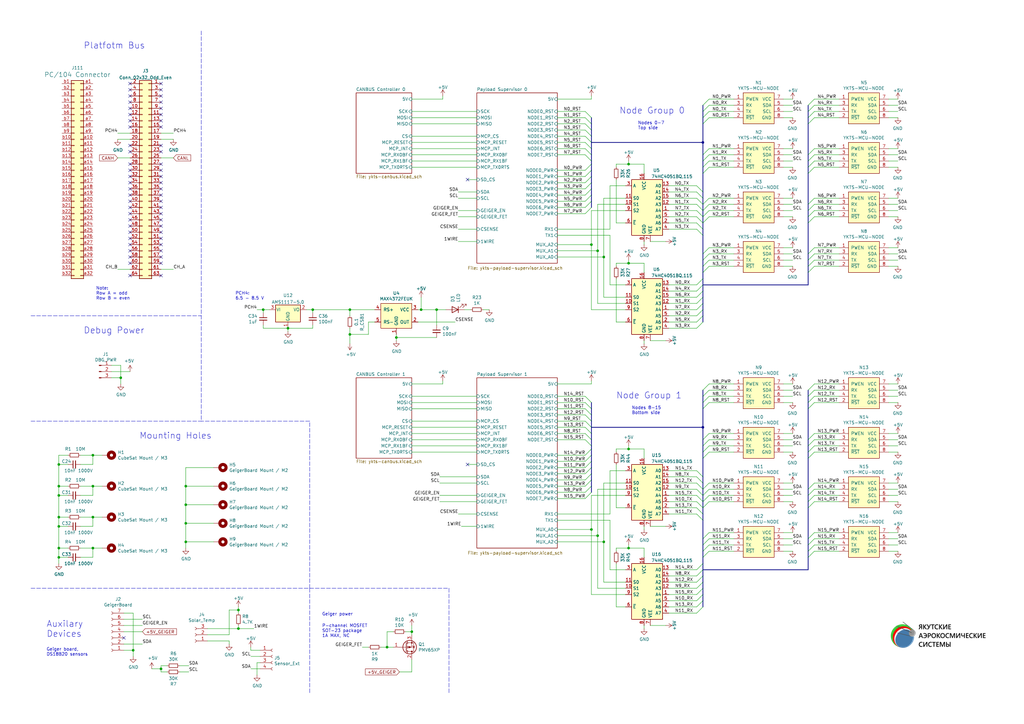
<source format=kicad_sch>
(kicad_sch (version 20211123) (generator eeschema)
  (paper "A3")
  (title_block (title "YktSat Payload Module") (date "2022-02-08") (rev "E0") (company "Sakha Aerospace Systems, LLC") (comment 2 "Designed by: ThePetrovich") (comment 3 "Verified by: kiv@ikfia"))
  (junction (at 118.11 134.62))
  (junction (at 38.1 224.79))
  (junction (at 247.65 105.41))
  (junction (at 76.2 199.39))
  (junction (at 288.29 58.42))
  (junction (at 245.11 102.87))
  (junction (at 24.13 199.39))
  (junction (at 24.13 224.79))
  (junction (at 54.61 266.7))
  (junction (at 97.79 257.81))
  (junction (at 24.13 203.2))
  (junction (at 24.13 190.5))
  (junction (at 257.81 224.79))
  (junction (at 242.57 217.17))
  (junction (at 38.1 186.69))
  (junction (at 76.2 214.63))
  (junction (at 257.81 107.95))
  (junction (at 128.27 127))
  (junction (at 38.1 199.39))
  (junction (at 49.53 154.94))
  (junction (at 257.81 184.15))
  (junction (at 158.75 265.43))
  (junction (at 179.07 127))
  (junction (at 172.72 127))
  (junction (at 247.65 222.25))
  (junction (at 168.91 259.08))
  (junction (at 245.11 219.71))
  (junction (at 24.13 215.9))
  (junction (at 97.79 250.19))
  (junction (at 288.29 175.26))
  (junction (at 242.57 100.33))
  (junction (at 24.13 212.09))
  (junction (at 143.51 137.16))
  (junction (at 143.51 127))
  (junction (at 162.56 138.43))
  (junction (at 76.2 222.25))
  (junction (at 24.13 228.6))
  (junction (at 76.2 207.01))
  (junction (at 66.04 274.32))
  (junction (at 38.1 212.09))
  (junction (at 107.95 127))
  (junction (at 257.81 67.31))
  (no_connect (at 50.8 261.62))
  (no_connect (at 66.04 113.03))
  (no_connect (at 66.04 59.69))
  (no_connect (at 66.04 44.45))
  (no_connect (at 66.04 46.99))
  (no_connect (at 66.04 49.53))
  (no_connect (at 66.04 52.07))
  (no_connect (at 53.34 113.03))
  (no_connect (at 53.34 107.95))
  (no_connect (at 53.34 105.41))
  (no_connect (at 53.34 102.87))
  (no_connect (at 66.04 85.09))
  (no_connect (at 66.04 87.63))
  (no_connect (at 66.04 90.17))
  (no_connect (at 66.04 92.71))
  (no_connect (at 66.04 95.25))
  (no_connect (at 66.04 97.79))
  (no_connect (at 66.04 100.33))
  (no_connect (at 66.04 102.87))
  (no_connect (at 66.04 105.41))
  (no_connect (at 66.04 107.95))
  (no_connect (at 53.34 100.33))
  (no_connect (at 53.34 97.79))
  (no_connect (at 53.34 95.25))
  (no_connect (at 53.34 92.71))
  (no_connect (at 53.34 90.17))
  (no_connect (at 66.04 62.23))
  (no_connect (at 66.04 67.31))
  (no_connect (at 66.04 69.85))
  (no_connect (at 66.04 72.39))
  (no_connect (at 66.04 74.93))
  (no_connect (at 66.04 77.47))
  (no_connect (at 66.04 80.01))
  (no_connect (at 66.04 82.55))
  (no_connect (at 53.34 87.63))
  (no_connect (at 53.34 85.09))
  (no_connect (at 53.34 82.55))
  (no_connect (at 53.34 80.01))
  (no_connect (at 191.77 73.66))
  (no_connect (at 66.04 34.29))
  (no_connect (at 66.04 39.37))
  (no_connect (at 66.04 36.83))
  (no_connect (at 66.04 41.91))
  (no_connect (at 191.77 190.5))
  (no_connect (at 53.34 52.07))
  (no_connect (at 53.34 49.53))
  (no_connect (at 53.34 39.37))
  (no_connect (at 53.34 36.83))
  (no_connect (at 53.34 34.29))
  (no_connect (at 53.34 46.99))
  (no_connect (at 53.34 44.45))
  (no_connect (at 53.34 41.91))
  (no_connect (at 53.34 62.23))
  (no_connect (at 53.34 59.69))
  (no_connect (at 53.34 77.47))
  (no_connect (at 53.34 74.93))
  (no_connect (at 53.34 72.39))
  (no_connect (at 53.34 69.85))
  (no_connect (at 53.34 67.31))
  (bus_entry (at 288.29 162.56) (size 2.54 -2.54))
  (bus_entry (at 331.47 165.1) (size 2.54 -2.54))
  (bus_entry (at 288.29 63.5) (size 2.54 -2.54))
  (bus_entry (at 242.57 199.39) (size -2.54 2.54))
  (bus_entry (at 242.57 58.42) (size -2.54 -2.54))
  (bus_entry (at 331.47 228.6) (size 2.54 -2.54))
  (bus_entry (at 288.29 165.1) (size 2.54 -2.54))
  (bus_entry (at 288.29 50.8) (size 2.54 -2.54))
  (bus_entry (at 331.47 180.34) (size 2.54 -2.54))
  (bus_entry (at 331.47 203.2) (size 2.54 -2.54))
  (bus_entry (at 242.57 77.47) (size -2.54 2.54))
  (bus_entry (at 288.29 119.38) (size -2.54 2.54))
  (bus_entry (at 288.29 109.22) (size 2.54 -2.54))
  (bus_entry (at 331.47 104.14) (size 2.54 -2.54))
  (bus_entry (at 288.29 203.2) (size 2.54 -2.54))
  (bus_entry (at 288.29 71.12) (size 2.54 -2.54))
  (bus_entry (at 242.57 55.88) (size -2.54 -2.54))
  (bus_entry (at 331.47 205.74) (size 2.54 -2.54))
  (bus_entry (at 242.57 63.5) (size -2.54 -2.54))
  (bus_entry (at 242.57 82.55) (size -2.54 2.54))
  (bus_entry (at 288.29 93.98) (size -2.54 -2.54))
  (bus_entry (at 288.29 236.22) (size -2.54 2.54))
  (bus_entry (at 331.47 187.96) (size 2.54 -2.54))
  (bus_entry (at 331.47 226.06) (size 2.54 -2.54))
  (bus_entry (at 242.57 72.39) (size -2.54 2.54))
  (bus_entry (at 288.29 127) (size -2.54 2.54))
  (bus_entry (at 288.29 208.28) (size -2.54 -2.54))
  (bus_entry (at 288.29 223.52) (size 2.54 -2.54))
  (bus_entry (at 288.29 48.26) (size 2.54 -2.54))
  (bus_entry (at 288.29 114.3) (size -2.54 2.54))
  (bus_entry (at 288.29 116.84) (size -2.54 2.54))
  (bus_entry (at 288.29 226.06) (size 2.54 -2.54))
  (bus_entry (at 288.29 91.44) (size 2.54 -2.54))
  (bus_entry (at 331.47 160.02) (size 2.54 -2.54))
  (bus_entry (at 242.57 67.31) (size -2.54 2.54))
  (bus_entry (at 288.29 195.58) (size -2.54 -2.54))
  (bus_entry (at 242.57 191.77) (size -2.54 2.54))
  (bus_entry (at 331.47 111.76) (size 2.54 -2.54))
  (bus_entry (at 288.29 121.92) (size -2.54 2.54))
  (bus_entry (at 331.47 162.56) (size 2.54 -2.54))
  (bus_entry (at 242.57 189.23) (size -2.54 2.54))
  (bus_entry (at 288.29 228.6) (size 2.54 -2.54))
  (bus_entry (at 288.29 231.14) (size -2.54 2.54))
  (bus_entry (at 288.29 96.52) (size -2.54 -2.54))
  (bus_entry (at 288.29 88.9) (size 2.54 -2.54))
  (bus_entry (at 288.29 88.9) (size -2.54 -2.54))
  (bus_entry (at 288.29 91.44) (size -2.54 -2.54))
  (bus_entry (at 288.29 198.12) (size -2.54 -2.54))
  (bus_entry (at 242.57 85.09) (size -2.54 2.54))
  (bus_entry (at 331.47 109.22) (size 2.54 -2.54))
  (bus_entry (at 288.29 203.2) (size -2.54 -2.54))
  (bus_entry (at 288.29 83.82) (size 2.54 -2.54))
  (bus_entry (at 288.29 246.38) (size -2.54 2.54))
  (bus_entry (at 331.47 48.26) (size 2.54 -2.54))
  (bus_entry (at 242.57 182.88) (size -2.54 -2.54))
  (bus_entry (at 288.29 43.18) (size 2.54 -2.54))
  (bus_entry (at 288.29 238.76) (size -2.54 2.54))
  (bus_entry (at 331.47 185.42) (size 2.54 -2.54))
  (bus_entry (at 331.47 86.36) (size 2.54 -2.54))
  (bus_entry (at 242.57 196.85) (size -2.54 2.54))
  (bus_entry (at 331.47 88.9) (size 2.54 -2.54))
  (bus_entry (at 331.47 220.98) (size 2.54 -2.54))
  (bus_entry (at 288.29 220.98) (size 2.54 -2.54))
  (bus_entry (at 288.29 210.82) (size -2.54 -2.54))
  (bus_entry (at 288.29 241.3) (size -2.54 2.54))
  (bus_entry (at 331.47 71.12) (size 2.54 -2.54))
  (bus_entry (at 242.57 80.01) (size -2.54 2.54))
  (bus_entry (at 242.57 175.26) (size -2.54 -2.54))
  (bus_entry (at 288.29 81.28) (size -2.54 -2.54))
  (bus_entry (at 242.57 172.72) (size -2.54 -2.54))
  (bus_entry (at 242.57 184.15) (size -2.54 2.54))
  (bus_entry (at 288.29 205.74) (size 2.54 -2.54))
  (bus_entry (at 288.29 111.76) (size 2.54 -2.54))
  (bus_entry (at 242.57 180.34) (size -2.54 -2.54))
  (bus_entry (at 242.57 53.34) (size -2.54 -2.54))
  (bus_entry (at 288.29 106.68) (size 2.54 -2.54))
  (bus_entry (at 288.29 78.74) (size -2.54 -2.54))
  (bus_entry (at 242.57 74.93) (size -2.54 2.54))
  (bus_entry (at 288.29 86.36) (size -2.54 -2.54))
  (bus_entry (at 242.57 194.31) (size -2.54 2.54))
  (bus_entry (at 288.29 200.66) (size -2.54 -2.54))
  (bus_entry (at 288.29 104.14) (size 2.54 -2.54))
  (bus_entry (at 331.47 106.68) (size 2.54 -2.54))
  (bus_entry (at 288.29 66.04) (size 2.54 -2.54))
  (bus_entry (at 288.29 68.58) (size 2.54 -2.54))
  (bus_entry (at 331.47 68.58) (size 2.54 -2.54))
  (bus_entry (at 331.47 167.64) (size 2.54 -2.54))
  (bus_entry (at 242.57 165.1) (size -2.54 -2.54))
  (bus_entry (at 288.29 182.88) (size 2.54 -2.54))
  (bus_entry (at 288.29 233.68) (size -2.54 2.54))
  (bus_entry (at 331.47 50.8) (size 2.54 -2.54))
  (bus_entry (at 288.29 248.92) (size -2.54 2.54))
  (bus_entry (at 242.57 177.8) (size -2.54 -2.54))
  (bus_entry (at 288.29 86.36) (size 2.54 -2.54))
  (bus_entry (at 331.47 91.44) (size 2.54 -2.54))
  (bus_entry (at 288.29 160.02) (size 2.54 -2.54))
  (bus_entry (at 331.47 66.04) (size 2.54 -2.54))
  (bus_entry (at 288.29 180.34) (size 2.54 -2.54))
  (bus_entry (at 288.29 132.08) (size -2.54 2.54))
  (bus_entry (at 242.57 69.85) (size -2.54 2.54))
  (bus_entry (at 331.47 223.52) (size 2.54 -2.54))
  (bus_entry (at 242.57 66.04) (size -2.54 -2.54))
  (bus_entry (at 242.57 50.8) (size -2.54 -2.54))
  (bus_entry (at 242.57 60.96) (size -2.54 -2.54))
  (bus_entry (at 331.47 200.66) (size 2.54 -2.54))
  (bus_entry (at 288.29 208.28) (size 2.54 -2.54))
  (bus_entry (at 242.57 48.26) (size -2.54 -2.54))
  (bus_entry (at 288.29 213.36) (size -2.54 -2.54))
  (bus_entry (at 288.29 187.96) (size 2.54 -2.54))
  (bus_entry (at 242.57 186.69) (size -2.54 2.54))
  (bus_entry (at 331.47 208.28) (size 2.54 -2.54))
  (bus_entry (at 288.29 83.82) (size -2.54 -2.54))
  (bus_entry (at 288.29 167.64) (size 2.54 -2.54))
  (bus_entry (at 331.47 83.82) (size 2.54 -2.54))
  (bus_entry (at 288.29 243.84) (size -2.54 2.54))
  (bus_entry (at 288.29 205.74) (size -2.54 -2.54))
  (bus_entry (at 242.57 170.18) (size -2.54 -2.54))
  (bus_entry (at 288.29 185.42) (size 2.54 -2.54))
  (bus_entry (at 242.57 201.93) (size -2.54 2.54))
  (bus_entry (at 331.47 182.88) (size 2.54 -2.54))
  (bus_entry (at 288.29 200.66) (size 2.54 -2.54))
  (bus_entry (at 331.47 45.72) (size 2.54 -2.54))
  (bus_entry (at 331.47 43.18) (size 2.54 -2.54))
  (bus_entry (at 288.29 129.54) (size -2.54 2.54))
  (bus_entry (at 331.47 63.5) (size 2.54 -2.54))
  (bus_entry (at 288.29 45.72) (size 2.54 -2.54))
  (bus_entry (at 242.57 167.64) (size -2.54 -2.54))
  (bus_entry (at 288.29 124.46) (size -2.54 2.54))
  (bus (pts (xy 242.57 194.31) (xy 242.57 196.85)))
  (wire (pts (xy 274.32 88.9) (xy 285.75 88.9)))
  (wire (pts (xy 368.3 157.48) (xy 364.49 157.48)))
  (bus (pts (xy 288.29 91.44) (xy 288.29 93.98)))
  (wire (pts (xy 245.11 219.71) (xy 245.11 241.3)))
  (wire (pts (xy 242.57 39.37) (xy 242.57 40.64)))
  (wire (pts (xy 27.94 228.6) (xy 24.13 228.6)))
  (wire (pts (xy 168.91 259.08) (xy 168.91 260.35)))
  (wire (pts (xy 368.3 40.64) (xy 364.49 40.64)))
  (bus (pts (xy 331.47 43.18) (xy 331.47 45.72)))
  (wire (pts (xy 285.75 243.84) (xy 274.32 243.84)))
  (wire (pts (xy 321.31 203.2) (xy 325.12 203.2)))
  (wire (pts (xy 38.1 228.6) (xy 38.1 224.79)))
  (wire (pts (xy 24.13 215.9) (xy 27.94 215.9)))
  (wire (pts (xy 76.2 214.63) (xy 76.2 222.25)))
  (wire (pts (xy 228.6 186.69) (xy 240.03 186.69)))
  (bus (pts (xy 288.29 246.38) (xy 288.29 248.92)))
  (wire (pts (xy 285.75 132.08) (xy 274.32 132.08)))
  (wire (pts (xy 71.12 64.77) (xy 66.04 64.77)))
  (wire (pts (xy 325.12 165.1) (xy 321.31 165.1)))
  (wire (pts (xy 24.13 203.2) (xy 24.13 212.09)))
  (wire (pts (xy 247.65 222.25) (xy 247.65 238.76)))
  (wire (pts (xy 181.61 40.64) (xy 168.91 40.64)))
  (wire (pts (xy 228.6 72.39) (xy 240.03 72.39)))
  (wire (pts (xy 334.01 185.42) (xy 344.17 185.42)))
  (wire (pts (xy 228.6 69.85) (xy 240.03 69.85)))
  (bus (pts (xy 242.57 53.34) (xy 242.57 55.88)))
  (wire (pts (xy 102.87 274.32) (xy 106.68 274.32)))
  (wire (pts (xy 325.12 205.74) (xy 321.31 205.74)))
  (wire (pts (xy 274.32 119.38) (xy 285.75 119.38)))
  (bus (pts (xy 288.29 236.22) (xy 288.29 238.76)))
  (bus (pts (xy 242.57 58.42) (xy 242.57 60.96)))
  (wire (pts (xy 66.04 273.05) (xy 68.58 273.05)))
  (bus (pts (xy 331.47 104.14) (xy 331.47 106.68)))
  (wire (pts (xy 87.63 199.39) (xy 76.2 199.39)))
  (wire (pts (xy 187.96 210.82) (xy 195.58 210.82)))
  (bus (pts (xy 242.57 189.23) (xy 242.57 191.77)))
  (wire (pts (xy 334.01 83.82) (xy 344.17 83.82)))
  (wire (pts (xy 274.32 93.98) (xy 285.75 93.98)))
  (bus (pts (xy 331.47 50.8) (xy 331.47 63.5)))
  (wire (pts (xy 87.63 214.63) (xy 76.2 214.63)))
  (wire (pts (xy 264.16 228.6) (xy 264.16 224.79)))
  (wire (pts (xy 228.6 210.82) (xy 250.19 210.82)))
  (wire (pts (xy 71.12 110.49) (xy 66.04 110.49)))
  (wire (pts (xy 368.3 109.22) (xy 364.49 109.22)))
  (wire (pts (xy 62.23 274.32) (xy 66.04 274.32)))
  (wire (pts (xy 290.83 43.18) (xy 300.99 43.18)))
  (wire (pts (xy 334.01 200.66) (xy 344.17 200.66)))
  (polyline (pts (xy 184.15 241.3) (xy 184.15 284.48)))
  (wire (pts (xy 66.04 274.32) (xy 66.04 273.05)))
  (wire (pts (xy 250.19 76.2) (xy 250.19 93.98)))
  (wire (pts (xy 274.32 210.82) (xy 285.75 210.82)))
  (wire (pts (xy 368.3 101.6) (xy 364.49 101.6)))
  (wire (pts (xy 321.31 86.36) (xy 325.12 86.36)))
  (bus (pts (xy 288.29 195.58) (xy 288.29 198.12)))
  (bus (pts (xy 288.29 231.14) (xy 288.29 233.68)))
  (bus (pts (xy 288.29 104.14) (xy 288.29 106.68)))
  (wire (pts (xy 228.6 82.55) (xy 240.03 82.55)))
  (wire (pts (xy 191.77 190.5) (xy 195.58 190.5)))
  (wire (pts (xy 274.32 205.74) (xy 285.75 205.74)))
  (wire (pts (xy 290.83 68.58) (xy 300.99 68.58)))
  (wire (pts (xy 290.83 162.56) (xy 300.99 162.56)))
  (wire (pts (xy 228.6 180.34) (xy 240.03 180.34)))
  (wire (pts (xy 168.91 256.54) (xy 168.91 259.08)))
  (bus (pts (xy 242.57 170.18) (xy 242.57 172.72)))
  (wire (pts (xy 228.6 204.47) (xy 240.03 204.47)))
  (wire (pts (xy 274.32 78.74) (xy 285.75 78.74)))
  (bus (pts (xy 288.29 175.26) (xy 288.29 180.34)))
  (bus (pts (xy 288.29 119.38) (xy 288.29 121.92)))
  (bus (pts (xy 242.57 182.88) (xy 242.57 184.15)))
  (bus (pts (xy 242.57 58.42) (xy 288.29 58.42)))
  (bus (pts (xy 288.29 45.72) (xy 288.29 48.26)))
  (bus (pts (xy 331.47 205.74) (xy 331.47 208.28)))
  (wire (pts (xy 85.09 262.89) (xy 93.98 262.89)))
  (wire (pts (xy 334.01 205.74) (xy 344.17 205.74)))
  (bus (pts (xy 288.29 210.82) (xy 288.29 213.36)))
  (wire (pts (xy 168.91 50.8) (xy 195.58 50.8)))
  (wire (pts (xy 38.1 212.09) (xy 33.02 212.09)))
  (wire (pts (xy 240.03 77.47) (xy 228.6 77.47)))
  (bus (pts (xy 331.47 223.52) (xy 331.47 226.06)))
  (bus (pts (xy 288.29 200.66) (xy 288.29 203.2)))
  (wire (pts (xy 325.12 48.26) (xy 321.31 48.26)))
  (wire (pts (xy 252.73 114.3) (xy 252.73 132.08)))
  (bus (pts (xy 331.47 187.96) (xy 331.47 200.66)))
  (wire (pts (xy 252.73 190.5) (xy 252.73 208.28)))
  (wire (pts (xy 290.83 83.82) (xy 300.99 83.82)))
  (wire (pts (xy 168.91 162.56) (xy 195.58 162.56)))
  (wire (pts (xy 58.42 264.16) (xy 50.8 264.16)))
  (wire (pts (xy 290.83 48.26) (xy 300.99 48.26)))
  (wire (pts (xy 240.03 196.85) (xy 228.6 196.85)))
  (wire (pts (xy 107.95 134.62) (xy 118.11 134.62)))
  (wire (pts (xy 252.73 67.31) (xy 257.81 67.31)))
  (wire (pts (xy 240.03 194.31) (xy 228.6 194.31)))
  (wire (pts (xy 264.16 257.81) (xy 264.16 256.54)))
  (wire (pts (xy 76.2 222.25) (xy 87.63 222.25)))
  (wire (pts (xy 172.72 127) (xy 171.45 127)))
  (wire (pts (xy 54.61 269.24) (xy 54.61 266.7)))
  (wire (pts (xy 252.73 184.15) (xy 252.73 185.42)))
  (wire (pts (xy 24.13 228.6) (xy 24.13 224.79)))
  (wire (pts (xy 334.01 180.34) (xy 344.17 180.34)))
  (bus (pts (xy 331.47 45.72) (xy 331.47 48.26)))
  (wire (pts (xy 168.91 165.1) (xy 195.58 165.1)))
  (wire (pts (xy 24.13 215.9) (xy 24.13 224.79)))
  (wire (pts (xy 168.91 177.8) (xy 195.58 177.8)))
  (wire (pts (xy 168.91 180.34) (xy 195.58 180.34)))
  (wire (pts (xy 285.75 241.3) (xy 274.32 241.3)))
  (wire (pts (xy 24.13 190.5) (xy 24.13 199.39)))
  (bus (pts (xy 288.29 50.8) (xy 288.29 58.42)))
  (wire (pts (xy 334.01 66.04) (xy 344.17 66.04)))
  (wire (pts (xy 168.91 66.04) (xy 195.58 66.04)))
  (bus (pts (xy 288.29 241.3) (xy 288.29 243.84)))
  (wire (pts (xy 290.83 200.66) (xy 300.99 200.66)))
  (wire (pts (xy 240.03 85.09) (xy 228.6 85.09)))
  (bus (pts (xy 331.47 180.34) (xy 331.47 182.88)))
  (bus (pts (xy 242.57 55.88) (xy 242.57 58.42)))
  (bus (pts (xy 242.57 199.39) (xy 242.57 201.93)))
  (wire (pts (xy 364.49 43.18) (xy 368.3 43.18)))
  (wire (pts (xy 38.1 199.39) (xy 41.91 199.39)))
  (wire (pts (xy 48.26 110.49) (xy 53.34 110.49)))
  (wire (pts (xy 321.31 63.5) (xy 325.12 63.5)))
  (wire (pts (xy 66.04 57.15) (xy 71.12 57.15)))
  (bus (pts (xy 331.47 91.44) (xy 331.47 104.14)))
  (wire (pts (xy 143.51 137.16) (xy 143.51 134.62)))
  (wire (pts (xy 228.6 165.1) (xy 240.03 165.1)))
  (wire (pts (xy 107.95 127) (xy 107.95 128.27)))
  (wire (pts (xy 27.94 186.69) (xy 24.13 186.69)))
  (bus (pts (xy 288.29 182.88) (xy 288.29 185.42)))
  (bus (pts (xy 288.29 203.2) (xy 288.29 205.74)))
  (wire (pts (xy 107.95 127) (xy 110.49 127)))
  (wire (pts (xy 274.32 81.28) (xy 285.75 81.28)))
  (wire (pts (xy 187.96 99.06) (xy 195.58 99.06)))
  (wire (pts (xy 228.6 45.72) (xy 240.03 45.72)))
  (wire (pts (xy 158.75 259.08) (xy 158.75 265.43)))
  (wire (pts (xy 325.12 81.28) (xy 321.31 81.28)))
  (wire (pts (xy 290.83 177.8) (xy 300.99 177.8)))
  (wire (pts (xy 73.66 275.59) (xy 77.47 275.59)))
  (wire (pts (xy 264.16 217.17) (xy 264.16 215.9)))
  (wire (pts (xy 66.04 274.32) (xy 66.04 275.59)))
  (bus (pts (xy 288.29 116.84) (xy 288.29 119.38)))
  (wire (pts (xy 76.2 207.01) (xy 76.2 214.63)))
  (wire (pts (xy 321.31 180.34) (xy 325.12 180.34)))
  (wire (pts (xy 334.01 60.96) (xy 344.17 60.96)))
  (bus (pts (xy 288.29 109.22) (xy 288.29 111.76)))
  (wire (pts (xy 368.3 68.58) (xy 364.49 68.58)))
  (bus (pts (xy 288.29 226.06) (xy 288.29 228.6)))
  (wire (pts (xy 252.73 248.92) (xy 256.54 248.92)))
  (wire (pts (xy 274.32 246.38) (xy 285.75 246.38)))
  (wire (pts (xy 325.12 88.9) (xy 321.31 88.9)))
  (wire (pts (xy 168.91 185.42) (xy 195.58 185.42)))
  (bus (pts (xy 288.29 43.18) (xy 288.29 45.72)))
  (wire (pts (xy 274.32 134.62) (xy 285.75 134.62)))
  (bus (pts (xy 331.47 220.98) (xy 331.47 223.52)))
  (wire (pts (xy 180.34 203.2) (xy 195.58 203.2)))
  (wire (pts (xy 24.13 228.6) (xy 24.13 231.14)))
  (wire (pts (xy 285.75 124.46) (xy 274.32 124.46)))
  (bus (pts (xy 242.57 72.39) (xy 242.57 74.93)))
  (bus (pts (xy 242.57 167.64) (xy 242.57 170.18)))
  (wire (pts (xy 250.19 116.84) (xy 250.19 96.52)))
  (bus (pts (xy 288.29 187.96) (xy 288.29 195.58)))
  (wire (pts (xy 168.91 172.72) (xy 195.58 172.72)))
  (wire (pts (xy 118.11 134.62) (xy 118.11 135.89)))
  (bus (pts (xy 288.29 68.58) (xy 288.29 71.12)))
  (wire (pts (xy 364.49 203.2) (xy 368.3 203.2)))
  (wire (pts (xy 290.83 86.36) (xy 300.99 86.36)))
  (bus (pts (xy 331.47 86.36) (xy 331.47 88.9)))
  (wire (pts (xy 285.75 83.82) (xy 274.32 83.82)))
  (wire (pts (xy 50.8 256.54) (xy 58.42 256.54)))
  (wire (pts (xy 54.61 251.46) (xy 54.61 266.7)))
  (bus (pts (xy 288.29 66.04) (xy 288.29 68.58)))
  (wire (pts (xy 250.19 193.04) (xy 250.19 210.82)))
  (wire (pts (xy 245.11 102.87) (xy 228.6 102.87)))
  (bus (pts (xy 288.29 86.36) (xy 288.29 88.9)))
  (wire (pts (xy 334.01 223.52) (xy 344.17 223.52)))
  (wire (pts (xy 168.91 175.26) (xy 195.58 175.26)))
  (bus (pts (xy 242.57 177.8) (xy 242.57 180.34)))
  (wire (pts (xy 102.87 266.7) (xy 106.68 266.7)))
  (wire (pts (xy 368.3 198.12) (xy 364.49 198.12)))
  (bus (pts (xy 242.57 48.26) (xy 242.57 50.8)))
  (wire (pts (xy 242.57 100.33) (xy 228.6 100.33)))
  (bus (pts (xy 242.57 186.69) (xy 242.57 189.23)))
  (wire (pts (xy 321.31 104.14) (xy 325.12 104.14)))
  (wire (pts (xy 290.83 45.72) (xy 300.99 45.72)))
  (bus (pts (xy 331.47 208.28) (xy 331.47 220.98)))
  (wire (pts (xy 228.6 175.26) (xy 240.03 175.26)))
  (wire (pts (xy 274.32 129.54) (xy 285.75 129.54)))
  (polyline (pts (xy 12.7 129.54) (xy 82.55 129.54)))
  (wire (pts (xy 148.59 265.43) (xy 151.13 265.43)))
  (bus (pts (xy 331.47 165.1) (xy 331.47 167.64)))
  (wire (pts (xy 48.26 54.61) (xy 53.34 54.61)))
  (wire (pts (xy 364.49 66.04) (xy 368.3 66.04)))
  (bus (pts (xy 242.57 180.34) (xy 242.57 182.88)))
  (bus (pts (xy 242.57 184.15) (xy 242.57 186.69)))
  (wire (pts (xy 364.49 104.14) (xy 368.3 104.14)))
  (wire (pts (xy 49.53 149.86) (xy 45.72 149.86)))
  (wire (pts (xy 321.31 162.56) (xy 325.12 162.56)))
  (wire (pts (xy 290.83 106.68) (xy 300.99 106.68)))
  (bus (pts (xy 288.29 233.68) (xy 331.47 233.68)))
  (wire (pts (xy 290.83 157.48) (xy 300.99 157.48)))
  (wire (pts (xy 321.31 43.18) (xy 325.12 43.18)))
  (bus (pts (xy 288.29 48.26) (xy 288.29 50.8)))
  (wire (pts (xy 228.6 58.42) (xy 240.03 58.42)))
  (wire (pts (xy 325.12 198.12) (xy 321.31 198.12)))
  (bus (pts (xy 288.29 223.52) (xy 288.29 226.06)))
  (wire (pts (xy 172.72 127) (xy 179.07 127)))
  (wire (pts (xy 334.01 86.36) (xy 344.17 86.36)))
  (wire (pts (xy 242.57 127) (xy 256.54 127)))
  (wire (pts (xy 97.79 250.19) (xy 97.79 251.46)))
  (wire (pts (xy 256.54 233.68) (xy 250.19 233.68)))
  (wire (pts (xy 27.94 212.09) (xy 24.13 212.09)))
  (wire (pts (xy 274.32 121.92) (xy 285.75 121.92)))
  (wire (pts (xy 252.73 231.14) (xy 252.73 248.92)))
  (wire (pts (xy 364.49 200.66) (xy 368.3 200.66)))
  (wire (pts (xy 87.63 207.01) (xy 76.2 207.01)))
  (wire (pts (xy 240.03 80.01) (xy 228.6 80.01)))
  (wire (pts (xy 118.11 134.62) (xy 128.27 134.62)))
  (wire (pts (xy 45.72 154.94) (xy 49.53 154.94)))
  (bus (pts (xy 288.29 116.84) (xy 331.47 116.84)))
  (bus (pts (xy 288.29 96.52) (xy 288.29 104.14)))
  (wire (pts (xy 38.1 224.79) (xy 41.91 224.79)))
  (wire (pts (xy 257.81 67.31) (xy 257.81 66.04)))
  (wire (pts (xy 162.56 137.16) (xy 162.56 138.43)))
  (wire (pts (xy 334.01 226.06) (xy 344.17 226.06)))
  (wire (pts (xy 256.54 193.04) (xy 250.19 193.04)))
  (bus (pts (xy 331.47 111.76) (xy 331.47 116.84)))
  (bus (pts (xy 331.47 162.56) (xy 331.47 165.1)))
  (wire (pts (xy 156.21 265.43) (xy 158.75 265.43)))
  (wire (pts (xy 274.32 233.68) (xy 285.75 233.68)))
  (bus (pts (xy 242.57 60.96) (xy 242.57 63.5)))
  (wire (pts (xy 368.3 185.42) (xy 364.49 185.42)))
  (wire (pts (xy 290.83 205.74) (xy 300.99 205.74)))
  (wire (pts (xy 33.02 190.5) (xy 38.1 190.5)))
  (bus (pts (xy 288.29 198.12) (xy 288.29 200.66)))
  (wire (pts (xy 189.23 215.9) (xy 195.58 215.9)))
  (wire (pts (xy 24.13 212.09) (xy 24.13 215.9)))
  (wire (pts (xy 290.83 182.88) (xy 300.99 182.88)))
  (bus (pts (xy 288.29 208.28) (xy 288.29 210.82)))
  (wire (pts (xy 76.2 222.25) (xy 76.2 224.79)))
  (wire (pts (xy 242.57 86.36) (xy 256.54 86.36)))
  (wire (pts (xy 106.68 271.78) (xy 105.41 271.78)))
  (wire (pts (xy 364.49 63.5) (xy 368.3 63.5)))
  (wire (pts (xy 290.83 220.98) (xy 300.99 220.98)))
  (wire (pts (xy 143.51 137.16) (xy 151.13 137.16)))
  (bus (pts (xy 288.29 180.34) (xy 288.29 182.88)))
  (wire (pts (xy 93.98 262.89) (xy 93.98 264.16)))
  (wire (pts (xy 274.32 251.46) (xy 285.75 251.46)))
  (wire (pts (xy 93.98 260.35) (xy 85.09 260.35)))
  (wire (pts (xy 290.83 66.04) (xy 300.99 66.04)))
  (bus (pts (xy 331.47 66.04) (xy 331.47 68.58)))
  (wire (pts (xy 240.03 60.96) (xy 228.6 60.96)))
  (wire (pts (xy 252.73 224.79) (xy 252.73 226.06)))
  (wire (pts (xy 242.57 156.21) (xy 242.57 157.48)))
  (wire (pts (xy 200.66 127) (xy 198.12 127)))
  (wire (pts (xy 58.42 259.08) (xy 50.8 259.08)))
  (wire (pts (xy 168.91 182.88) (xy 195.58 182.88)))
  (wire (pts (xy 364.49 106.68) (xy 368.3 106.68)))
  (wire (pts (xy 107.95 133.35) (xy 107.95 134.62)))
  (wire (pts (xy 368.3 81.28) (xy 364.49 81.28)))
  (bus (pts (xy 288.29 127) (xy 288.29 129.54)))
  (wire (pts (xy 252.73 132.08) (xy 256.54 132.08)))
  (wire (pts (xy 290.83 81.28) (xy 300.99 81.28)))
  (bus (pts (xy 331.47 63.5) (xy 331.47 66.04)))
  (wire (pts (xy 290.83 101.6) (xy 300.99 101.6)))
  (wire (pts (xy 321.31 220.98) (xy 325.12 220.98)))
  (wire (pts (xy 334.01 68.58) (xy 344.17 68.58)))
  (wire (pts (xy 228.6 217.17) (xy 242.57 217.17)))
  (wire (pts (xy 24.13 203.2) (xy 27.94 203.2)))
  (wire (pts (xy 27.94 224.79) (xy 24.13 224.79)))
  (wire (pts (xy 163.83 275.59) (xy 168.91 275.59)))
  (bus (pts (xy 331.47 71.12) (xy 331.47 83.82)))
  (wire (pts (xy 364.49 45.72) (xy 368.3 45.72)))
  (wire (pts (xy 102.87 269.24) (xy 106.68 269.24)))
  (wire (pts (xy 257.81 184.15) (xy 264.16 184.15)))
  (wire (pts (xy 242.57 203.2) (xy 242.57 217.17)))
  (wire (pts (xy 334.01 88.9) (xy 344.17 88.9)))
  (bus (pts (xy 331.47 106.68) (xy 331.47 109.22)))
  (bus (pts (xy 331.47 226.06) (xy 331.47 228.6)))
  (bus (pts (xy 242.57 172.72) (xy 242.57 175.26)))
  (bus (pts (xy 242.57 196.85) (xy 242.57 199.39)))
  (wire (pts (xy 33.02 199.39) (xy 38.1 199.39)))
  (wire (pts (xy 245.11 219.71) (xy 228.6 219.71)))
  (bus (pts (xy 331.47 68.58) (xy 331.47 71.12)))
  (wire (pts (xy 240.03 170.18) (xy 228.6 170.18)))
  (wire (pts (xy 274.32 238.76) (xy 285.75 238.76)))
  (bus (pts (xy 288.29 160.02) (xy 288.29 162.56)))
  (wire (pts (xy 168.91 45.72) (xy 195.58 45.72)))
  (wire (pts (xy 290.83 165.1) (xy 300.99 165.1)))
  (wire (pts (xy 257.81 184.15) (xy 257.81 182.88)))
  (wire (pts (xy 256.54 116.84) (xy 250.19 116.84)))
  (wire (pts (xy 54.61 251.46) (xy 50.8 251.46)))
  (bus (pts (xy 288.29 111.76) (xy 288.29 114.3)))
  (wire (pts (xy 334.01 160.02) (xy 344.17 160.02)))
  (wire (pts (xy 27.94 199.39) (xy 24.13 199.39)))
  (wire (pts (xy 290.83 88.9) (xy 300.99 88.9)))
  (wire (pts (xy 228.6 50.8) (xy 240.03 50.8)))
  (wire (pts (xy 187.96 81.28) (xy 195.58 81.28)))
  (wire (pts (xy 256.54 76.2) (xy 250.19 76.2)))
  (wire (pts (xy 321.31 45.72) (xy 325.12 45.72)))
  (wire (pts (xy 364.49 223.52) (xy 368.3 223.52)))
  (wire (pts (xy 85.09 257.81) (xy 97.79 257.81)))
  (bus (pts (xy 288.29 238.76) (xy 288.29 241.3)))
  (bus (pts (xy 288.29 114.3) (xy 288.29 116.84)))
  (wire (pts (xy 290.83 40.64) (xy 300.99 40.64)))
  (wire (pts (xy 257.81 224.79) (xy 257.81 223.52)))
  (wire (pts (xy 247.65 81.28) (xy 247.65 105.41)))
  (wire (pts (xy 325.12 101.6) (xy 321.31 101.6)))
  (polyline (pts (xy 127 241.3) (xy 127 284.48)))
  (wire (pts (xy 334.01 165.1) (xy 344.17 165.1)))
  (wire (pts (xy 168.91 270.51) (xy 168.91 275.59)))
  (wire (pts (xy 180.34 198.12) (xy 195.58 198.12)))
  (wire (pts (xy 334.01 43.18) (xy 344.17 43.18)))
  (wire (pts (xy 24.13 186.69) (xy 24.13 190.5)))
  (wire (pts (xy 368.3 48.26) (xy 364.49 48.26)))
  (wire (pts (xy 242.57 86.36) (xy 242.57 100.33)))
  (wire (pts (xy 245.11 241.3) (xy 256.54 241.3)))
  (wire (pts (xy 179.07 127) (xy 182.88 127)))
  (wire (pts (xy 252.73 67.31) (xy 252.73 68.58)))
  (wire (pts (xy 180.34 205.74) (xy 195.58 205.74)))
  (wire (pts (xy 179.07 133.35) (xy 179.07 127)))
  (wire (pts (xy 321.31 66.04) (xy 325.12 66.04)))
  (bus (pts (xy 288.29 121.92) (xy 288.29 124.46)))
  (wire (pts (xy 158.75 265.43) (xy 161.29 265.43)))
  (wire (pts (xy 240.03 55.88) (xy 228.6 55.88)))
  (wire (pts (xy 264.16 187.96) (xy 264.16 184.15)))
  (wire (pts (xy 171.45 132.08) (xy 186.69 132.08)))
  (wire (pts (xy 250.19 233.68) (xy 250.19 213.36)))
  (wire (pts (xy 97.79 250.19) (xy 93.98 250.19)))
  (wire (pts (xy 166.37 259.08) (xy 168.91 259.08)))
  (wire (pts (xy 143.51 127) (xy 153.67 127)))
  (wire (pts (xy 168.91 63.5) (xy 195.58 63.5)))
  (wire (pts (xy 290.83 223.52) (xy 300.99 223.52)))
  (wire (pts (xy 104.14 257.81) (xy 97.79 257.81)))
  (wire (pts (xy 228.6 105.41) (xy 247.65 105.41)))
  (bus (pts (xy 331.47 167.64) (xy 331.47 180.34)))
  (bus (pts (xy 242.57 175.26) (xy 242.57 177.8)))
  (wire (pts (xy 76.2 199.39) (xy 76.2 207.01)))
  (bus (pts (xy 288.29 185.42) (xy 288.29 187.96)))
  (wire (pts (xy 193.04 127) (xy 190.5 127)))
  (wire (pts (xy 247.65 121.92) (xy 256.54 121.92)))
  (wire (pts (xy 105.41 271.78) (xy 105.41 276.86)))
  (wire (pts (xy 290.83 180.34) (xy 300.99 180.34)))
  (wire (pts (xy 242.57 40.64) (xy 228.6 40.64)))
  (wire (pts (xy 334.01 198.12) (xy 344.17 198.12)))
  (bus (pts (xy 331.47 160.02) (xy 331.47 162.56)))
  (bus (pts (xy 288.29 88.9) (xy 288.29 91.44)))
  (wire (pts (xy 125.73 127) (xy 128.27 127)))
  (wire (pts (xy 321.31 182.88) (xy 325.12 182.88)))
  (bus (pts (xy 288.29 167.64) (xy 288.29 175.26)))
  (wire (pts (xy 334.01 220.98) (xy 344.17 220.98)))
  (wire (pts (xy 228.6 48.26) (xy 240.03 48.26)))
  (wire (pts (xy 24.13 190.5) (xy 27.94 190.5)))
  (wire (pts (xy 364.49 220.98) (xy 368.3 220.98)))
  (wire (pts (xy 181.61 157.48) (xy 168.91 157.48)))
  (wire (pts (xy 257.81 107.95) (xy 257.81 106.68)))
  (wire (pts (xy 325.12 177.8) (xy 321.31 177.8)))
  (bus (pts (xy 288.29 220.98) (xy 288.29 223.52)))
  (wire (pts (xy 264.16 100.33) (xy 264.16 99.06)))
  (wire (pts (xy 325.12 185.42) (xy 321.31 185.42)))
  (wire (pts (xy 105.41 127) (xy 107.95 127)))
  (wire (pts (xy 285.75 208.28) (xy 274.32 208.28)))
  (wire (pts (xy 228.6 189.23) (xy 240.03 189.23)))
  (polyline (pts (xy 12.7 172.72) (xy 82.55 172.72)))
  (wire (pts (xy 364.49 83.82) (xy 368.3 83.82)))
  (wire (pts (xy 38.1 190.5) (xy 38.1 186.69)))
  (wire (pts (xy 38.1 186.69) (xy 33.02 186.69)))
  (wire (pts (xy 162.56 138.43) (xy 162.56 139.7)))
  (bus (pts (xy 242.57 77.47) (xy 242.57 80.01)))
  (wire (pts (xy 274.32 76.2) (xy 285.75 76.2)))
  (wire (pts (xy 290.83 60.96) (xy 300.99 60.96)))
  (wire (pts (xy 168.91 48.26) (xy 195.58 48.26)))
  (wire (pts (xy 187.96 86.36) (xy 195.58 86.36)))
  (wire (pts (xy 325.12 226.06) (xy 321.31 226.06)))
  (wire (pts (xy 240.03 53.34) (xy 228.6 53.34)))
  (bus (pts (xy 242.57 191.77) (xy 242.57 194.31)))
  (wire (pts (xy 228.6 222.25) (xy 247.65 222.25)))
  (bus (pts (xy 242.57 82.55) (xy 242.57 85.09)))
  (wire (pts (xy 228.6 87.63) (xy 240.03 87.63)))
  (wire (pts (xy 143.51 127) (xy 143.51 129.54)))
  (bus (pts (xy 331.47 182.88) (xy 331.47 185.42)))
  (wire (pts (xy 41.91 212.09) (xy 38.1 212.09)))
  (bus (pts (xy 242.57 69.85) (xy 242.57 72.39)))
  (wire (pts (xy 334.01 203.2) (xy 344.17 203.2)))
  (bus (pts (xy 242.57 67.31) (xy 242.57 69.85)))
  (wire (pts (xy 228.6 93.98) (xy 250.19 93.98)))
  (bus (pts (xy 288.29 129.54) (xy 288.29 132.08)))
  (wire (pts (xy 285.75 248.92) (xy 274.32 248.92)))
  (wire (pts (xy 257.81 224.79) (xy 264.16 224.79)))
  (wire (pts (xy 274.32 195.58) (xy 285.75 195.58)))
  (wire (pts (xy 252.73 91.44) (xy 256.54 91.44)))
  (wire (pts (xy 33.02 228.6) (xy 38.1 228.6)))
  (wire (pts (xy 334.01 182.88) (xy 344.17 182.88)))
  (bus (pts (xy 288.29 58.42) (xy 288.29 63.5)))
  (bus (pts (xy 242.57 66.04) (xy 242.57 67.31)))
  (bus (pts (xy 288.29 81.28) (xy 288.29 83.82)))
  (wire (pts (xy 252.73 107.95) (xy 252.73 109.22)))
  (wire (pts (xy 245.11 83.82) (xy 256.54 83.82)))
  (wire (pts (xy 368.3 165.1) (xy 364.49 165.1)))
  (wire (pts (xy 334.01 48.26) (xy 344.17 48.26)))
  (wire (pts (xy 38.1 215.9) (xy 38.1 212.09)))
  (wire (pts (xy 334.01 157.48) (xy 344.17 157.48)))
  (wire (pts (xy 334.01 63.5) (xy 344.17 63.5)))
  (wire (pts (xy 266.7 139.7) (xy 273.05 139.7)))
  (wire (pts (xy 128.27 127) (xy 128.27 128.27)))
  (wire (pts (xy 266.7 99.06) (xy 273.05 99.06)))
  (wire (pts (xy 66.04 275.59) (xy 68.58 275.59)))
  (wire (pts (xy 38.1 203.2) (xy 38.1 199.39)))
  (wire (pts (xy 33.02 203.2) (xy 38.1 203.2)))
  (bus (pts (xy 242.57 175.26) (xy 288.29 175.26)))
  (wire (pts (xy 325.12 109.22) (xy 321.31 109.22)))
  (wire (pts (xy 257.81 67.31) (xy 264.16 67.31)))
  (wire (pts (xy 245.11 200.66) (xy 245.11 219.71)))
  (wire (pts (xy 257.81 107.95) (xy 264.16 107.95)))
  (wire (pts (xy 181.61 156.21) (xy 181.61 157.48)))
  (wire (pts (xy 172.72 121.92) (xy 172.72 127)))
  (wire (pts (xy 264.16 111.76) (xy 264.16 107.95)))
  (bus (pts (xy 288.29 162.56) (xy 288.29 165.1)))
  (wire (pts (xy 49.53 154.94) (xy 49.53 157.48)))
  (wire (pts (xy 48.26 57.15) (xy 53.34 57.15)))
  (wire (pts (xy 187.96 93.98) (xy 195.58 93.98)))
  (wire (pts (xy 245.11 124.46) (xy 256.54 124.46)))
  (wire (pts (xy 334.01 40.64) (xy 344.17 40.64)))
  (bus (pts (xy 288.29 205.74) (xy 288.29 208.28)))
  (bus (pts (xy 242.57 165.1) (xy 242.57 167.64)))
  (bus (pts (xy 331.47 109.22) (xy 331.47 111.76)))
  (wire (pts (xy 290.83 226.06) (xy 300.99 226.06)))
  (bus (pts (xy 242.57 74.93) (xy 242.57 77.47)))
  (polyline (pts (xy 127 241.3) (xy 127 172.72)))
  (bus (pts (xy 288.29 233.68) (xy 288.29 236.22)))
  (wire (pts (xy 368.3 226.06) (xy 364.49 226.06)))
  (bus (pts (xy 331.47 83.82) (xy 331.47 86.36)))
  (bus (pts (xy 331.47 203.2) (xy 331.47 205.74)))
  (polyline (pts (xy 12.7 241.3) (xy 184.15 241.3)))
  (wire (pts (xy 285.75 127) (xy 274.32 127)))
  (wire (pts (xy 368.3 205.74) (xy 364.49 205.74)))
  (wire (pts (xy 334.01 162.56) (xy 344.17 162.56)))
  (wire (pts (xy 228.6 191.77) (xy 240.03 191.77)))
  (wire (pts (xy 285.75 200.66) (xy 274.32 200.66)))
  (wire (pts (xy 33.02 224.79) (xy 38.1 224.79)))
  (wire (pts (xy 48.26 64.77) (xy 53.34 64.77)))
  (wire (pts (xy 368.3 218.44) (xy 364.49 218.44)))
  (wire (pts (xy 228.6 74.93) (xy 240.03 74.93)))
  (wire (pts (xy 274.32 116.84) (xy 285.75 116.84)))
  (bus (pts (xy 288.29 83.82) (xy 288.29 86.36)))
  (bus (pts (xy 288.29 78.74) (xy 288.29 81.28)))
  (wire (pts (xy 71.12 54.61) (xy 66.04 54.61)))
  (bus (pts (xy 242.57 63.5) (xy 242.57 66.04)))
  (wire (pts (xy 33.02 215.9) (xy 38.1 215.9)))
  (bus (pts (xy 288.29 124.46) (xy 288.29 127)))
  (wire (pts (xy 181.61 39.37) (xy 181.61 40.64)))
  (wire (pts (xy 128.27 133.35) (xy 128.27 134.62)))
  (wire (pts (xy 143.51 137.16) (xy 143.51 140.97)))
  (wire (pts (xy 325.12 218.44) (xy 321.31 218.44)))
  (wire (pts (xy 285.75 91.44) (xy 274.32 91.44)))
  (wire (pts (xy 161.29 259.08) (xy 158.75 259.08)))
  (wire (pts (xy 24.13 199.39) (xy 24.13 203.2)))
  (wire (pts (xy 245.11 83.82) (xy 245.11 102.87)))
  (wire (pts (xy 151.13 132.08) (xy 153.67 132.08)))
  (wire (pts (xy 325.12 68.58) (xy 321.31 68.58)))
  (wire (pts (xy 368.3 60.96) (xy 364.49 60.96)))
  (wire (pts (xy 242.57 217.17) (xy 242.57 243.84)))
  (wire (pts (xy 228.6 162.56) (xy 240.03 162.56)))
  (bus (pts (xy 288.29 243.84) (xy 288.29 246.38)))
  (wire (pts (xy 334.01 177.8) (xy 344.17 177.8)))
  (wire (pts (xy 54.61 266.7) (xy 50.8 266.7)))
  (wire (pts (xy 290.83 104.14) (xy 300.99 104.14)))
  (wire (pts (xy 93.98 250.19) (xy 93.98 260.35)))
  (bus (pts (xy 288.29 63.5) (xy 288.29 66.04)))
  (wire (pts (xy 228.6 96.52) (xy 250.19 96.52)))
  (bus (pts (xy 288.29 228.6) (xy 288.29 231.14)))
  (bus (pts (xy 288.29 93.98) (xy 288.29 96.52)))
  (wire (pts (xy 325.12 60.96) (xy 321.31 60.96)))
  (wire (pts (xy 334.01 45.72) (xy 344.17 45.72)))
  (wire (pts (xy 334.01 81.28) (xy 344.17 81.28)))
  (wire (pts (xy 247.65 81.28) (xy 256.54 81.28)))
  (wire (pts (xy 41.91 186.69) (xy 38.1 186.69)))
  (wire (pts (xy 364.49 182.88) (xy 368.3 182.88)))
  (wire (pts (xy 321.31 106.68) (xy 325.12 106.68)))
  (wire (pts (xy 151.13 137.16) (xy 151.13 132.08)))
  (wire (pts (xy 168.91 167.64) (xy 195.58 167.64)))
  (wire (pts (xy 285.75 86.36) (xy 274.32 86.36)))
  (wire (pts (xy 242.57 243.84) (xy 256.54 243.84)))
  (wire (pts (xy 240.03 177.8) (xy 228.6 177.8)))
  (wire (pts (xy 364.49 160.02) (xy 368.3 160.02)))
  (wire (pts (xy 247.65 238.76) (xy 256.54 238.76)))
  (wire (pts (xy 247.65 198.12) (xy 256.54 198.12)))
  (bus (pts (xy 288.29 71.12) (xy 288.29 78.74)))
  (wire (pts (xy 87.63 191.77) (xy 76.2 191.77)))
  (wire (pts (xy 368.3 88.9) (xy 364.49 88.9)))
  (wire (pts (xy 290.83 63.5) (xy 300.99 63.5)))
  (wire (pts (xy 321.31 83.82) (xy 325.12 83.82)))
  (wire (pts (xy 290.83 203.2) (xy 300.99 203.2)))
  (bus (pts (xy 331.47 88.9) (xy 331.47 91.44)))
  (wire (pts (xy 168.91 58.42) (xy 195.58 58.42)))
  (wire (pts (xy 364.49 180.34) (xy 368.3 180.34)))
  (wire (pts (xy 180.34 195.58) (xy 195.58 195.58)))
  (polyline (pts (xy 82.55 12.7) (xy 82.55 172.72)))
  (wire (pts (xy 102.87 265.43) (xy 102.87 266.7)))
  (wire (pts (xy 264.16 140.97) (xy 264.16 139.7)))
  (wire (pts (xy 274.32 236.22) (xy 285.75 236.22)))
  (wire (pts (xy 247.65 198.12) (xy 247.65 222.25)))
  (wire (pts (xy 290.83 218.44) (xy 300.99 218.44)))
  (wire (pts (xy 266.7 215.9) (xy 273.05 215.9)))
  (wire (pts (xy 321.31 223.52) (xy 325.12 223.52)))
  (wire (pts (xy 240.03 201.93) (xy 228.6 201.93)))
  (wire (pts (xy 73.66 273.05) (xy 77.47 273.05)))
  (wire (pts (xy 242.57 157.48) (xy 228.6 157.48)))
  (wire (pts (xy 162.56 138.43) (xy 179.07 138.43)))
  (wire (pts (xy 290.83 198.12) (xy 300.99 198.12)))
  (wire (pts (xy 334.01 101.6) (xy 344.17 101.6)))
  (wire (pts (xy 245.11 200.66) (xy 256.54 200.66)))
  (wire (pts (xy 334.01 218.44) (xy 344.17 218.44)))
  (bus (pts (xy 331.47 48.26) (xy 331.47 50.8)))
  (wire (pts (xy 242.57 203.2) (xy 256.54 203.2)))
  (wire (pts (xy 228.6 63.5) (xy 240.03 63.5)))
  (wire (pts (xy 290.83 160.02) (xy 300.99 160.02)))
  (bus (pts (xy 331.47 228.6) (xy 331.47 233.68)))
  (polyline (pts (xy 127 172.72) (xy 82.55 172.72)))
  (wire (pts (xy 49.53 154.94) (xy 49.53 149.86)))
  (wire (pts (xy 247.65 105.41) (xy 247.65 121.92)))
  (wire (pts (xy 321.31 160.02) (xy 325.12 160.02)))
  (wire (pts (xy 45.72 152.4) (xy 53.34 152.4)))
  (wire (pts (xy 274.32 193.04) (xy 285.75 193.04)))
  (wire (pts (xy 334.01 104.14) (xy 344.17 104.14)))
  (wire (pts (xy 228.6 213.36) (xy 250.19 213.36)))
  (wire (pts (xy 245.11 102.87) (xy 245.11 124.46)))
  (bus (pts (xy 242.57 50.8) (xy 242.57 53.34)))
  (wire (pts (xy 97.79 256.54) (xy 97.79 257.81)))
  (wire (pts (xy 228.6 199.39) (xy 240.03 199.39)))
  (wire (pts (xy 168.91 68.58) (xy 195.58 68.58)))
  (wire (pts (xy 290.83 185.42) (xy 300.99 185.42)))
  (wire (pts (xy 264.16 71.12) (xy 264.16 67.31)))
  (bus (pts (xy 242.57 80.01) (xy 242.57 82.55)))
  (wire (pts (xy 50.8 254) (xy 58.42 254)))
  (bus (pts (xy 288.29 165.1) (xy 288.29 167.64)))
  (wire (pts (xy 252.73 184.15) (xy 257.81 184.15)))
  (wire (pts (xy 187.96 78.74) (xy 195.58 78.74)))
  (wire (pts (xy 364.49 86.36) (xy 368.3 86.36)))
  (wire (pts (xy 334.01 109.22) (xy 344.17 109.22)))
  (wire (pts (xy 290.83 109.22) (xy 300.99 109.22)))
  (wire (pts (xy 368.3 177.8) (xy 364.49 177.8)))
  (wire (pts (xy 252.73 107.95) (xy 257.81 107.95)))
  (wire (pts (xy 334.01 106.68) (xy 344.17 106.68)))
  (wire (pts (xy 252.73 224.79) (xy 257.81 224.79)))
  (bus (pts (xy 288.29 106.68) (xy 288.29 109.22)))
  (wire (pts (xy 266.7 256.54) (xy 273.05 256.54)))
  (wire (pts (xy 187.96 88.9) (xy 195.58 88.9)))
  (wire (pts (xy 252.73 73.66) (xy 252.73 91.44)))
  (bus (pts (xy 331.47 200.66) (xy 331.47 203.2)))
  (wire (pts (xy 191.77 73.66) (xy 195.58 73.66)))
  (wire (pts (xy 325.12 157.48) (xy 321.31 157.48)))
  (wire (pts (xy 242.57 100.33) (xy 242.57 127)))
  (wire (pts (xy 128.27 127) (xy 143.51 127)))
  (wire (pts (xy 228.6 167.64) (xy 240.03 167.64)))
  (wire (pts (xy 76.2 191.77) (xy 76.2 199.39)))
  (wire (pts (xy 168.91 55.88) (xy 195.58 55.88)))
  (bus (pts (xy 288.29 213.36) (xy 288.29 220.98)))
  (wire (pts (xy 168.91 60.96) (xy 195.58 60.96)))
  (wire (pts (xy 325.12 40.64) (xy 321.31 40.64)))
  (wire (pts (xy 252.73 208.28) (xy 256.54 208.28)))
  (wire (pts (xy 240.03 172.72) (xy 228.6 172.72)))
  (wire (pts (xy 97.79 248.92) (xy 97.79 250.19)))
  (wire (pts (xy 321.31 200.66) (xy 325.12 200.66)))
  (wire (pts (xy 364.49 162.56) (xy 368.3 162.56)))
  (wire (pts (xy 285.75 203.2) (xy 274.32 203.2)))
  (wire (pts (xy 274.32 198.12) (xy 285.75 198.12)))
  (bus (pts (xy 331.47 185.42) (xy 331.47 187.96)))
  (image (at 384.81 260.35))
  (text "Note:\nRow A = odd\nRow B = even" (at 39.37 123.19 0) (effects (font (size 1.27 1.27)) (justify left bottom)))
  (text "Geiger power" (at 132.08 252.73 0) (effects (font (size 1.27 1.27)) (justify left bottom)))
  (text "Node Group 1" (at 252.73 163.83 0) (effects (font (size 2.54 2.54)) (justify left bottom)))
  (text "Debug Power" (at 34.29 137.16 0) (effects (font (size 2.54 2.54)) (justify left bottom)))
  (text "PCH4:\n6.5 - 8.5 V" (at 96.52 123.19 0) (effects (font (size 1.27 1.27)) (justify left bottom)))
  (text "Node Group 0" (at 254 46.99 0) (effects (font (size 2.54 2.54)) (justify left bottom)))
  (text "P-channel MOSFET\nSOT-23 package\n1A MAX, NC" (at 132.08 261.62 0) (effects (font (size 1.27 1.27)) (justify left bottom)))
  (text "Mounting Holes" (at 57.15 180.34 0) (effects (font (size 2.54 2.54)) (justify left bottom)))
  (text "Geiger board,\nDS18B20 sensors" (at 19.05 269.24 0) (effects (font (size 1.27 1.27)) (justify left bottom)))
  (text "Nodes 8-15\nBottom side" (at 259.08 170.18 0) (effects (font (size 1.27 1.27)) (justify left bottom)))
  (text "Auxilary\nDevices" (at 19.05 261.62 0) (effects (font (size 2.54 2.54)) (justify left bottom)))
  (text "Platfotm Bus" (at 34.29 20.32 0) (effects (font (size 2.54 2.54)) (justify left bottom)))
  (text "Nodes 0-7\nTop side" (at 261.62 53.34 0) (effects (font (size 1.27 1.27)) (justify left bottom)))
  (label "N10_PWR" (at 231.14 189.23 0))
  (label "N11_RX" (at 292.1 220.98 0))
  (label "N7_PWR" (at 231.14 87.63 0))
  (label "SCL" (at 325.12 182.88 0))
  (label "N3_RX" (at 292.1 104.14 0))
  (label "SDA" (at 368.3 160.02 0))
  (label "SDA" (at 368.3 63.5 0))
  (label "N4_PWR" (at 231.14 80.01 0))
  (label "SCL" (at 325.12 162.56 0))
  (label "CSENSE" (at 187.96 210.82 180))
  (label "N1_TX" (at 276.7689 83.82 0))
  (label "N10_RST" (at 292.1 205.74 0))
  (label "1WIRE" (at 189.23 215.9 180))
  (label "SDA" (at 180.34 195.58 180))
  (label "N13_TX" (at 276.86 208.28 0))
  (label "N9_RX" (at 292.1 180.34 0))
  (label "N3_TX" (at 292.1 106.68 0))
  (label "SCL" (at 368.3 223.52 0))
  (label "N1_RST" (at 231.14 48.26 0))
  (label "N6_RST" (at 231.14 60.96 0))
  (label "N0_TX" (at 292.1 45.72 0))
  (label "N13_TX" (at 335.28 182.88 0))
  (label "N7_RST" (at 335.28 109.22 0))
  (label "N15_TX" (at 335.28 223.52 0))
  (label "SDA" (at 325.12 220.98 0))
  (label "N1_RX" (at 276.86 124.46 0))
  (label "N6_TX" (at 335.28 86.36 0))
  (label "N12_PWR" (at 231.14 194.31 0))
  (label "N8_RX" (at 276.86 236.22 0))
  (label "SDA" (at 368.3 220.98 0))
  (label "N5_TX" (at 276.86 91.44 0))
  (label "N1_PWR" (at 292.1 60.96 0))
  (label "N12_TX" (at 335.28 162.56 0))
  (label "N14_RST" (at 335.28 205.74 0))
  (label "PCH4" (at 71.12 54.61 0))
  (label "N9_RST" (at 292.1 185.42 0))
  (label "N0_RX" (at 276.86 116.84 0))
  (label "SDA" (at 325.12 180.34 0))
  (label "SDA" (at 325.12 104.14 0))
  (label "N11_PWR" (at 292.1 218.44 0))
  (label "SCL" (at 325.12 86.36 0))
  (label "N6_PWR" (at 335.28 81.28 0))
  (label "SCL" (at 368.3 203.2 0))
  (label "GEIGER_EN" (at 187.96 86.36 180))
  (label "N0_RST" (at 231.14 45.72 0))
  (label "1WIRE" (at 104.14 257.81 0))
  (label "N4_TX" (at 276.7689 78.74 0))
  (label "N15_PWR" (at 231.14 204.47 0))
  (label "N8_RST" (at 231.14 177.8 0))
  (label "N1_RX" (at 292.1 63.5 0))
  (label "N5_TX" (at 335.28 66.04 0))
  (label "N5_RST" (at 335.28 68.58 0))
  (label "N15_TX" (at 276.86 203.2 0))
  (label "N5_PWR" (at 335.28 60.96 0))
  (label "SDA" (at 368.3 104.14 0))
  (label "N2_TX" (at 276.7689 88.9 0))
  (label "N7_PWR" (at 335.28 101.6 0))
  (label "N8_TX" (at 292.1 162.56 0))
  (label "N12_RST" (at 231.14 170.18 0))
  (label "SCL" (at 368.3 45.72 0))
  (label "N15_RX" (at 335.28 220.98 0))
  (label "N13_PWR" (at 231.14 199.39 0))
  (label "N14_TX" (at 276.86 193.04 0))
  (label "SCL" (at 325.12 45.72 0))
  (label "N8_RST" (at 292.1 165.1 0))
  (label "SDA" (at 368.3 43.18 0))
  (label "GEIGER_EN" (at 180.34 203.2 180))
  (label "N15_PWR" (at 335.28 218.44 0))
  (label "N3_RX" (at 276.86 134.62 0))
  (label "SDA" (at 58.42 264.16 0))
  (label "N12_PWR" (at 335.28 157.48 0))
  (label "N7_TX" (at 276.8329 86.36 0))
  (label "SDA" (at 187.96 78.74 180))
  (label "N9_TX" (at 292.1 182.88 0))
  (label "N9_RST" (at 231.14 172.72 0))
  (label "N10_TX" (at 276.86 205.74 0))
  (label "N13_RST" (at 335.28 185.42 0))
  (label "N2_PWR" (at 292.1 81.28 0))
  (label "SDA" (at 325.12 83.82 0))
  (label "N7_RST" (at 231.14 63.5 0))
  (label "SCL" (at 368.3 106.68 0))
  (label "N11_TX" (at 292.1 223.52 0))
  (label "SDA" (at 368.3 180.34 0))
  (label "CH_A" (at 71.12 110.49 0))
  (label "N5_RX" (at 276.86 132.08 0))
  (label "N2_RST" (at 231.14 50.8 0))
  (label "N2_RST" (at 292.1 88.9 0))
  (label "N14_TX" (at 335.28 203.2 0))
  (label "N3_TX" (at 276.7689 93.98 0))
  (label "N5_RST" (at 231.14 58.42 0))
  (label "SDA" (at 325.12 200.66 0))
  (label "SDA" (at 325.12 160.02 0))
  (label "N6_RST" (at 335.28 88.9 0))
  (label "SCL" (at 325.12 66.04 0))
  (label "SDA" (at 325.12 43.18 0))
  (label "SDA" (at 368.3 200.66 0))
  (label "SCL" (at 325.12 106.68 0))
  (label "GEIGER_FET" (at 187.96 88.9 180))
  (label "N5_PWR" (at 231.14 82.55 0))
  (label "N11_TX" (at 276.86 210.82 0))
  (label "N6_PWR" (at 231.14 85.09 0))
  (label "N7_RX" (at 276.86 127 0))
  (label "N4_RST" (at 335.28 48.26 0))
  (label "PCH4" (at 105.41 127 180))
  (label "N4_RX" (at 276.86 119.38 0))
  (label "N0_TX" (at 276.7689 76.2 0))
  (label "N15_RX" (at 276.86 243.84 0))
  (label "N12_RST" (at 335.28 165.1 0))
  (label "N6_RX" (at 276.86 121.92 0))
  (label "N2_PWR" (at 231.14 74.93 0))
  (label "N3_PWR" (at 231.14 77.47 0))
  (label "N4_PWR" (at 335.28 40.64 0))
  (label "N10_RST" (at 231.14 165.1 0))
  (label "SDA" (at 102.87 274.32 180))
  (label "N12_RX" (at 335.28 160.02 0))
  (label "CSENSE" (at 187.96 93.98 180))
  (label "CSENSE" (at 186.69 132.08 0))
  (label "N11_PWR" (at 231.14 191.77 0))
  (label "SCL" (at 368.3 66.04 0))
  (label "N10_RX" (at 292.1 200.66 0))
  (label "N3_RST" (at 231.14 53.34 0))
  (label "N14_RX" (at 335.28 200.66 0))
  (label "N0_RX" (at 292.1 43.18 0))
  (label "N8_RX" (at 292.1 160.02 0))
  (label "N0_RST" (at 292.1 48.26 0))
  (label "N13_RX" (at 335.28 180.34 0))
  (label "N14_PWR" (at 335.28 198.12 0))
  (label "N14_PWR" (at 231.14 186.69 0))
  (label "SCL" (at 325.12 223.52 0))
  (label "N14_RST" (at 231.14 162.56 0))
  (label "N9_RX" (at 276.86 241.3 0))
  (label "N4_RX" (at 335.28 43.18 0))
  (label "N13_RST" (at 231.14 175.26 0))
  (label "N2_RX" (at 276.86 129.54 0))
  (label "N14_RX" (at 276.86 233.68 0))
  (label "N13_RX" (at 276.86 248.92 0))
  (label "SCL" (at 368.3 86.36 0))
  (label "N8_TX" (at 276.86 195.58 0))
  (label "N10_PWR" (at 292.1 198.12 0))
  (label "SCL" (at 180.34 198.12 180))
  (label "SCL" (at 368.3 182.88 0))
  (label "N7_RX" (at 335.28 104.14 0))
  (label "N11_RST" (at 292.1 226.06 0))
  (label "N10_TX" (at 292.1 203.2 0))
  (label "SCL" (at 102.87 269.24 180))
  (label "SDA" (at 325.12 63.5 0))
  (label "N9_PWR" (at 231.14 196.85 0))
  (label "N7_TX" (at 335.28 106.68 0))
  (label "N8_PWR" (at 292.1 157.48 0))
  (label "SDA" (at 368.3 83.82 0))
  (label "SCL" (at 325.12 203.2 0))
  (label "SCL" (at 187.96 81.28 180))
  (label "N8_PWR" (at 231.14 201.93 0))
  (label "N1_PWR" (at 231.14 72.39 0))
  (label "N15_RST" (at 231.14 180.34 0))
  (label "N0_PWR" (at 292.1 40.64 0))
  (label "SCL" (at 58.42 254 0))
  (label "N2_TX" (at 292.1 86.36 0))
  (label "N11_RX" (at 276.86 251.46 0))
  (label "N1_TX" (at 292.1 66.04 0))
  (label "N6_TX" (at 276.7689 81.28 0))
  (label "N4_TX" (at 335.28 45.72 0))
  (label "1WIRE" (at 187.96 99.06 180))
  (label "N9_PWR" (at 292.1 177.8 0))
  (label "GEIGER_EN" (at 58.42 256.54 0))
  (label "N4_RST" (at 231.14 55.88 0))
  (label "N0_PWR" (at 231.14 69.85 0))
  (label "N10_RX" (at 276.86 246.38 0))
  (label "N13_PWR" (at 335.28 177.8 0))
  (label "N12_TX" (at 276.86 198.12 0))
  (label "SCL" (at 77.47 275.59 0))
  (label "N3_RST" (at 292.1 109.22 0))
  (label "N9_TX" (at 276.86 200.66 0))
  (label "SCL" (at 368.3 162.56 0))
  (label "N2_RX" (at 292.1 83.82 0))
  (label "GEIGER_FET" (at 180.34 205.74 180))
  (label "CH_B" (at 48.26 110.49 180))
  (label "N6_RX" (at 335.28 83.82 0))
  (label "N15_RST" (at 335.28 226.06 0))
  (label "N1_RST" (at 292.1 68.58 0))
  (label "GEIGER_FET" (at 148.59 265.43 180))
  (label "N5_RX" (at 335.28 63.5 0))
  (label "SDA" (at 77.47 273.05 0))
  (label "N12_RX" (at 276.86 238.76 0))
  (label "PCH4" (at 48.26 54.61 180))
  (label "N11_RST" (at 231.14 167.64 0))
  (label "N3_PWR" (at 292.1 101.6 0))
  (global_label "+5V_GEIGER" (shape input) (at 163.83 275.59 180) (property "Intersheet References" "${INTERSHEET_REFS}" (effects hide)))
  (global_label "+5V_GEIGER" (shape input) (at 58.42 259.08 0) (property "Intersheet References" "${INTERSHEET_REFS}" (effects hide)))
  (global_label "CANH" (shape input) (at 48.26 64.77 180) (property "Intersheet References" "${INTERSHEET_REFS}" (effects hide)))
  (global_label "CANL" (shape input) (at 71.12 64.77 0) (property "Intersheet References" "${INTERSHEET_REFS}" (effects hide)))
  (symbol (lib_id "power:GND") (at 71.12 57.15 0) (unit 1)
    (property "Reference" "#PWR08" (effects hide))
    (property "Value" "GND" (at 71.247 61.5442 0))
  )
  (symbol (lib_id "power:GND") (at 48.26 57.15 0) (unit 1)
    (property "Reference" "#PWR02" (effects hide))
    (property "Value" "GND" (at 48.387 61.5442 0))
  )
  (symbol (lib_id "Device:Q_PMOS_GDS") (at 166.37 265.43 0) (mirror x) (unit 1)
    (property "Reference" "Q1" (at 171.577 264.2616 0) (effects (justify left)))
    (property "Value" "PMV65XP" (at 171.577 266.573 0) (effects (justify left)))
    (property "Footprint" "Package_TO_SOT_SMD:SOT-23" (effects hide))
  )
  (symbol (lib_id "Connector:Conn_01x07_Female") (at 45.72 259.08 180) (unit 1)
    (property "Reference" "J2" (at 48.4632 245.745 0))
    (property "Value" "GeigerBoard" (at 48.4632 248.0564 0))
    (property "Footprint" "Connector_PinHeader_1.27mm:PinHeader_1x07_P1.27mm_Vertical" (effects hide))
  )
  (symbol (lib_id "power:GND") (at 54.61 269.24 0) (unit 1)
    (property "Reference" "#PWR07" (effects hide))
    (property "Value" "GND" (at 54.737 273.6342 0))
  )
  (symbol (lib_id "Connector:Conn_01x03_Female") (at 80.01 260.35 180) (unit 1)
    (property "Reference" "J4" (at 82.7532 252.095 0))
    (property "Value" "Solar_Temp" (at 82.7532 254.4064 0))
    (property "Footprint" "Connector_PinHeader_1.27mm:PinHeader_1x03_P1.27mm_Vertical" (effects hide))
  )
  (symbol (lib_id "Device:R_Small") (at 97.79 254 0) (unit 1)
    (property "Reference" "R8" (at 99.2886 252.8316 0) (effects (justify left)))
    (property "Value" "4.7K" (at 99.2886 255.143 0) (effects (justify left)))
    (property "Footprint" "Resistor_SMD:R_0402_1005Metric" (effects hide))
  )
  (symbol (lib_id "power:GND") (at 93.98 264.16 0) (unit 1)
    (property "Reference" "#PWR011" (effects hide))
    (property "Value" "GND" (at 94.107 268.5542 0))
  )
  (symbol (lib_id "Device:R_Small") (at 71.12 273.05 90) (mirror x) (unit 1)
    (property "Reference" "R6" (at 71.12 268.0716 90))
    (property "Value" "30K" (at 71.12 270.383 90))
    (property "Footprint" "Resistor_SMD:R_0402_1005Metric" (effects hide))
  )
  (symbol (lib_id "Device:R_Small") (at 71.12 275.59 270) (mirror x) (unit 1)
    (property "Reference" "R7" (at 71.12 280.5684 90))
    (property "Value" "30K" (at 71.12 278.257 90))
    (property "Footprint" "Resistor_SMD:R_0402_1005Metric" (effects hide))
  )
  (symbol (lib_id "power:+5V") (at 97.79 248.92 0) (mirror y) (unit 1)
    (property "Reference" "#PWR0145" (effects hide))
    (property "Value" "+5V" (at 97.79 245.364 0))
  )
  (symbol (lib_id "power:+5V") (at 62.23 274.32 0) (unit 1)
    (property "Reference" "#PWR010" (effects hide))
    (property "Value" "+5V" (at 62.611 269.9258 0))
  )
  (symbol (lib_id "Connector:Conn_01x04_Female") (at 111.76 269.24 0) (unit 1)
    (property "Reference" "J5" (at 112.4712 269.8496 0) (effects (justify left)))
    (property "Value" "Sensor_Ext" (at 112.4712 272.161 0) (effects (justify left)))
    (property "Footprint" "Connector_PinHeader_1.27mm:PinHeader_1x04_P1.27mm_Vertical" (effects hide))
  )
  (symbol (lib_id "power:+5V") (at 102.87 265.43 0) (mirror y) (unit 1)
    (property "Reference" "#PWR0144" (effects hide))
    (property "Value" "+5V" (at 102.87 261.874 0))
  )
  (symbol (lib_id "power:GND") (at 105.41 276.86 0) (unit 1)
    (property "Reference" "#PWR014" (effects hide))
    (property "Value" "GND" (at 105.537 281.2542 0))
  )
  (symbol (lib_id "Mechanical:MountingHole_Pad") (at 44.45 186.69 270) (unit 1)
    (property "Reference" "H1" (at 48.26 185.5216 90) (effects (justify left)))
    (property "Value" "CubeSat Mount / M3" (at 48.26 187.833 90) (effects (justify left)))
    (property "Footprint" "MountingHole:MountingHole_3.2mm_M3_ISO7380_Pad" (effects hide))
  )
  (symbol (lib_id "Device:R_Small") (at 30.48 186.69 270) (unit 1)
    (property "Reference" "R1" (at 27.94 184.15 90))
    (property "Value" "10M" (at 33.02 184.15 90))
    (property "Footprint" "Resistor_SMD:R_0603_1608Metric" (effects hide))
  )
  (symbol (lib_id "Mechanical:MountingHole_Pad") (at 44.45 199.39 270) (unit 1)
    (property "Reference" "H2" (at 48.26 198.2216 90) (effects (justify left)))
    (property "Value" "CubeSat Mount / M3" (at 48.26 200.533 90) (effects (justify left)))
    (property "Footprint" "MountingHole:MountingHole_3.2mm_M3_ISO7380_Pad" (effects hide))
  )
  (symbol (lib_id "Device:R_Small") (at 30.48 199.39 270) (unit 1)
    (property "Reference" "R2" (at 27.94 196.85 90))
    (property "Value" "10M" (at 33.02 196.85 90))
    (property "Footprint" "Resistor_SMD:R_0603_1608Metric" (effects hide))
  )
  (symbol (lib_id "Mechanical:MountingHole_Pad") (at 44.45 212.09 270) (unit 1)
    (property "Reference" "H3" (at 48.26 210.9216 90) (effects (justify left)))
    (property "Value" "CubeSat Mount / M3" (at 48.26 213.233 90) (effects (justify left)))
    (property "Footprint" "MountingHole:MountingHole_3.2mm_M3_ISO7380_Pad" (effects hide))
  )
  (symbol (lib_id "Device:R_Small") (at 30.48 212.09 270) (unit 1)
    (property "Reference" "R3" (at 27.94 209.55 90))
    (property "Value" "10M" (at 33.02 209.55 90))
    (property "Footprint" "Resistor_SMD:R_0603_1608Metric" (effects hide))
  )
  (symbol (lib_id "Mechanical:MountingHole_Pad") (at 44.45 224.79 270) (unit 1)
    (property "Reference" "H4" (at 48.26 223.6216 90) (effects (justify left)))
    (property "Value" "CubeSat Mount / M3" (at 48.26 225.933 90) (effects (justify left)))
    (property "Footprint" "MountingHole:MountingHole_3.2mm_M3_ISO7380_Pad" (effects hide))
  )
  (symbol (lib_id "Device:R_Small") (at 30.48 224.79 270) (unit 1)
    (property "Reference" "R4" (at 27.94 222.25 90))
    (property "Value" "10M" (at 33.02 222.25 90))
    (property "Footprint" "Resistor_SMD:R_0603_1608Metric" (effects hide))
  )
  (symbol (lib_id "power:GND") (at 76.2 224.79 0) (unit 1)
    (property "Reference" "#PWR01" (effects hide))
    (property "Value" "GND" (at 76.327 229.1842 0))
  )
  (symbol (lib_id "Mechanical:MountingHole_Pad") (at 90.17 191.77 270) (unit 1)
    (property "Reference" "H5" (at 93.98 190.6016 90) (effects (justify left)))
    (property "Value" "GeigerBoard Mount / M2" (at 93.98 192.913 90) (effects (justify left)))
    (property "Footprint" "MountingHole:MountingHole_2.2mm_M2_Pad" (effects hide))
  )
  (symbol (lib_id "Mechanical:MountingHole_Pad") (at 90.17 199.39 270) (unit 1)
    (property "Reference" "H6" (at 93.98 198.2216 90) (effects (justify left)))
    (property "Value" "GeigerBoard Mount / M2" (at 93.98 200.533 90) (effects (justify left)))
    (property "Footprint" "MountingHole:MountingHole_2.2mm_M2_Pad" (effects hide))
  )
  (symbol (lib_id "Mechanical:MountingHole_Pad") (at 90.17 207.01 270) (unit 1)
    (property "Reference" "H7" (at 93.98 205.8416 90) (effects (justify left)))
    (property "Value" "GeigerBoard Mount / M2" (at 93.98 208.153 90) (effects (justify left)))
    (property "Footprint" "MountingHole:MountingHole_2.2mm_M2_Pad" (effects hide))
  )
  (symbol (lib_id "Mechanical:MountingHole_Pad") (at 90.17 214.63 270) (unit 1)
    (property "Reference" "H8" (at 93.98 213.4616 90) (effects (justify left)))
    (property "Value" "GeigerBoard Mount / M2" (at 93.98 215.773 90) (effects (justify left)))
    (property "Footprint" "MountingHole:MountingHole_2.2mm_M2_Pad" (effects hide))
  )
  (symbol (lib_id "yktsat-common:YKTS-MCU-NODE") (at 311.15 41.91 0) (unit 1)
    (property "Reference" "N1" (at 311.15 33.8836 0))
    (property "Value" "YKTS-MCU-NODE" (at 311.15 36.195 0))
    (property "Footprint" "ykts-mcu-node:YktSat_MCU_node" (effects hide))
  )
  (symbol (lib_id "yktsat-common:YKTS-MCU-NODE") (at 311.15 62.23 0) (unit 1)
    (property "Reference" "N2" (at 311.15 54.2036 0))
    (property "Value" "YKTS-MCU-NODE" (at 311.15 56.515 0))
    (property "Footprint" "ykts-mcu-node:YktSat_MCU_node" (effects hide))
  )
  (symbol (lib_id "yktsat-common:YKTS-MCU-NODE") (at 311.15 82.55 0) (unit 1)
    (property "Reference" "N3" (at 311.15 74.5236 0))
    (property "Value" "YKTS-MCU-NODE" (at 311.15 76.835 0))
    (property "Footprint" "ykts-mcu-node:YktSat_MCU_node" (effects hide))
  )
  (symbol (lib_id "yktsat-common:YKTS-MCU-NODE") (at 311.15 102.87 0) (unit 1)
    (property "Reference" "N4" (at 311.15 94.8436 0))
    (property "Value" "YKTS-MCU-NODE" (at 311.15 97.155 0))
    (property "Footprint" "ykts-mcu-node:YktSat_MCU_node" (effects hide))
  )
  (symbol (lib_id "yktsat-common:YKTS-MCU-NODE") (at 311.15 158.75 0) (unit 1)
    (property "Reference" "N9" (at 311.15 150.7236 0))
    (property "Value" "YKTS-MCU-NODE" (at 311.15 153.035 0))
    (property "Footprint" "ykts-mcu-node:YktSat_MCU_node" (effects hide))
  )
  (symbol (lib_id "yktsat-common:YKTS-MCU-NODE") (at 311.15 179.07 0) (unit 1)
    (property "Reference" "N10" (at 311.15 171.0436 0))
    (property "Value" "YKTS-MCU-NODE" (at 311.15 173.355 0))
    (property "Footprint" "ykts-mcu-node:YktSat_MCU_node" (effects hide))
  )
  (symbol (lib_id "yktsat-common:YKTS-MCU-NODE") (at 311.15 199.39 0) (unit 1)
    (property "Reference" "N11" (at 311.15 191.3636 0))
    (property "Value" "YKTS-MCU-NODE" (at 311.15 193.675 0))
    (property "Footprint" "ykts-mcu-node:YktSat_MCU_node" (effects hide))
  )
  (symbol (lib_id "yktsat-common:YKTS-MCU-NODE") (at 311.15 219.71 0) (unit 1)
    (property "Reference" "N12" (at 311.15 211.6836 0))
    (property "Value" "YKTS-MCU-NODE" (at 311.15 213.995 0))
    (property "Footprint" "ykts-mcu-node:YktSat_MCU_node" (effects hide))
  )
  (symbol (lib_id "power:+5V") (at 325.12 101.6 0) (mirror y) (unit 1)
    (property "Reference" "#PWR0120" (effects hide))
    (property "Value" "+5V" (at 325.12 98.044 0))
  )
  (symbol (lib_id "power:GND") (at 325.12 109.22 0) (mirror y) (unit 1)
    (property "Reference" "#PWR035" (effects hide))
    (property "Value" "GND" (at 324.993 113.6142 0))
  )
  (symbol (lib_id "power:+5V") (at 325.12 81.28 0) (mirror y) (unit 1)
    (property "Reference" "#PWR0127" (effects hide))
    (property "Value" "+5V" (at 325.12 77.724 0))
  )
  (symbol (lib_id "power:GND") (at 325.12 88.9 0) (mirror y) (unit 1)
    (property "Reference" "#PWR033" (effects hide))
    (property "Value" "GND" (at 324.993 93.2942 0))
  )
  (symbol (lib_id "power:+5V") (at 325.12 60.96 0) (mirror y) (unit 1)
    (property "Reference" "#PWR0125" (effects hide))
    (property "Value" "+5V" (at 325.12 57.404 0))
  )
  (symbol (lib_id "power:GND") (at 325.12 68.58 0) (mirror y) (unit 1)
    (property "Reference" "#PWR031" (effects hide))
    (property "Value" "GND" (at 324.993 72.9742 0))
  )
  (symbol (lib_id "power:+5V") (at 325.12 40.64 0) (mirror y) (unit 1)
    (property "Reference" "#PWR0126" (effects hide))
    (property "Value" "+5V" (at 325.12 37.084 0))
  )
  (symbol (lib_id "power:GND") (at 325.12 48.26 0) (mirror y) (unit 1)
    (property "Reference" "#PWR029" (effects hide))
    (property "Value" "GND" (at 324.993 52.6542 0))
  )
  (symbol (lib_id "power:+5V") (at 368.3 40.64 0) (mirror y) (unit 1)
    (property "Reference" "#PWR0124" (effects hide))
    (property "Value" "+5V" (at 368.3 37.084 0))
  )
  (symbol (lib_id "power:GND") (at 368.3 48.26 0) (mirror y) (unit 1)
    (property "Reference" "#PWR045" (effects hide))
    (property "Value" "GND" (at 368.173 52.6542 0))
  )
  (symbol (lib_id "power:+5V") (at 368.3 60.96 0) (mirror y) (unit 1)
    (property "Reference" "#PWR0123" (effects hide))
    (property "Value" "+5V" (at 368.3 57.404 0))
  )
  (symbol (lib_id "power:GND") (at 368.3 68.58 0) (mirror y) (unit 1)
    (property "Reference" "#PWR047" (effects hide))
    (property "Value" "GND" (at 368.173 72.9742 0))
  )
  (symbol (lib_id "power:+5V") (at 368.3 81.28 0) (mirror y) (unit 1)
    (property "Reference" "#PWR0122" (effects hide))
    (property "Value" "+5V" (at 368.3 77.724 0))
  )
  (symbol (lib_id "power:GND") (at 368.3 88.9 0) (mirror y) (unit 1)
    (property "Reference" "#PWR049" (effects hide))
    (property "Value" "GND" (at 368.173 93.2942 0))
  )
  (symbol (lib_id "power:+5V") (at 368.3 101.6 0) (mirror y) (unit 1)
    (property "Reference" "#PWR0121" (effects hide))
    (property "Value" "+5V" (at 368.3 98.044 0))
  )
  (symbol (lib_id "power:GND") (at 368.3 109.22 0) (mirror y) (unit 1)
    (property "Reference" "#PWR051" (effects hide))
    (property "Value" "GND" (at 368.173 113.6142 0))
  )
  (symbol (lib_id "power:+5V") (at 242.57 39.37 0) (mirror y) (unit 1)
    (property "Reference" "#PWR0118" (effects hide))
    (property "Value" "+5V" (at 242.57 35.814 0))
  )
  (symbol (lib_id "power:+5V") (at 181.61 39.37 0) (mirror y) (unit 1)
    (property "Reference" "#PWR0139" (effects hide))
    (property "Value" "+5V" (at 181.61 35.814 0))
  )
  (symbol (lib_id "yktsat-common:YKTS-MCU-NODE") (at 354.33 41.91 0) (unit 1)
    (property "Reference" "N5" (at 354.33 33.8836 0))
    (property "Value" "YKTS-MCU-NODE" (at 354.33 36.195 0))
    (property "Footprint" "ykts-mcu-node:YktSat_MCU_node" (effects hide))
  )
  (symbol (lib_id "yktsat-common:YKTS-MCU-NODE") (at 354.33 62.23 0) (unit 1)
    (property "Reference" "N6" (at 354.33 54.2036 0))
    (property "Value" "YKTS-MCU-NODE" (at 354.33 56.515 0))
    (property "Footprint" "ykts-mcu-node:YktSat_MCU_node" (effects hide))
  )
  (symbol (lib_id "yktsat-common:YKTS-MCU-NODE") (at 354.33 82.55 0) (unit 1)
    (property "Reference" "N7" (at 354.33 74.5236 0))
    (property "Value" "YKTS-MCU-NODE" (at 354.33 76.835 0))
    (property "Footprint" "ykts-mcu-node:YktSat_MCU_node" (effects hide))
  )
  (symbol (lib_id "yktsat-common:YKTS-MCU-NODE") (at 354.33 102.87 0) (unit 1)
    (property "Reference" "N8" (at 354.33 94.8436 0))
    (property "Value" "YKTS-MCU-NODE" (at 354.33 97.155 0))
    (property "Footprint" "ykts-mcu-node:YktSat_MCU_node" (effects hide))
  )
  (symbol (lib_id "power:GND") (at 325.12 226.06 0) (mirror y) (unit 1)
    (property "Reference" "#PWR043" (effects hide))
    (property "Value" "GND" (at 324.993 230.4542 0))
  )
  (symbol (lib_id "power:GND") (at 325.12 205.74 0) (mirror y) (unit 1)
    (property "Reference" "#PWR041" (effects hide))
    (property "Value" "GND" (at 324.993 210.1342 0))
  )
  (symbol (lib_id "power:GND") (at 325.12 185.42 0) (mirror y) (unit 1)
    (property "Reference" "#PWR039" (effects hide))
    (property "Value" "GND" (at 324.993 189.8142 0))
  )
  (symbol (lib_id "power:GND") (at 325.12 165.1 0) (mirror y) (unit 1)
    (property "Reference" "#PWR037" (effects hide))
    (property "Value" "GND" (at 324.993 169.4942 0))
  )
  (symbol (lib_id "power:GND") (at 368.3 226.06 0) (mirror y) (unit 1)
    (property "Reference" "#PWR059" (effects hide))
    (property "Value" "GND" (at 368.173 230.4542 0))
  )
  (symbol (lib_id "power:GND") (at 368.3 205.74 0) (mirror y) (unit 1)
    (property "Reference" "#PWR057" (effects hide))
    (property "Value" "GND" (at 368.173 210.1342 0))
  )
  (symbol (lib_id "power:GND") (at 368.3 185.42 0) (mirror y) (unit 1)
    (property "Reference" "#PWR055" (effects hide))
    (property "Value" "GND" (at 368.173 189.8142 0))
  )
  (symbol (lib_id "power:GND") (at 368.3 165.1 0) (mirror y) (unit 1)
    (property "Reference" "#PWR053" (effects hide))
    (property "Value" "GND" (at 368.173 169.4942 0))
  )
  (symbol (lib_id "yktsat-common:YKTS-MCU-NODE") (at 354.33 219.71 0) (unit 1)
    (property "Reference" "N16" (at 354.33 211.6836 0))
    (property "Value" "YKTS-MCU-NODE" (at 354.33 213.995 0))
    (property "Footprint" "ykts-mcu-node:YktSat_MCU_node" (effects hide))
  )
  (symbol (lib_id "yktsat-common:YKTS-MCU-NODE") (at 354.33 199.39 0) (unit 1)
    (property "Reference" "N15" (at 354.33 191.3636 0))
    (property "Value" "YKTS-MCU-NODE" (at 354.33 193.675 0))
    (property "Footprint" "ykts-mcu-node:YktSat_MCU_node" (effects hide))
  )
  (symbol (lib_id "yktsat-common:YKTS-MCU-NODE") (at 354.33 179.07 0) (unit 1)
    (property "Reference" "N14" (at 354.33 171.0436 0))
    (property "Value" "YKTS-MCU-NODE" (at 354.33 173.355 0))
    (property "Footprint" "ykts-mcu-node:YktSat_MCU_node" (effects hide))
  )
  (symbol (lib_id "yktsat-common:YKTS-MCU-NODE") (at 354.33 158.75 0) (unit 1)
    (property "Reference" "N13" (at 354.33 150.7236 0))
    (property "Value" "YKTS-MCU-NODE" (at 354.33 153.035 0))
    (property "Footprint" "ykts-mcu-node:YktSat_MCU_node" (effects hide))
  )
  (symbol (lib_id "Device:R_Small") (at 153.67 265.43 270) (mirror x) (unit 1)
    (property "Reference" "R9" (at 153.67 270.4084 90))
    (property "Value" "1K" (at 153.67 268.097 90))
    (property "Footprint" "Resistor_SMD:R_0402_1005Metric" (effects hide))
  )
  (symbol (lib_id "Device:R_Small") (at 163.83 259.08 270) (mirror x) (unit 1)
    (property "Reference" "R10" (at 163.83 254.1016 90))
    (property "Value" "10K" (at 163.83 256.413 90))
    (property "Footprint" "Resistor_SMD:R_0402_1005Metric" (effects hide))
  )
  (symbol (lib_id "power:+5V") (at 168.91 256.54 0) (unit 1)
    (property "Reference" "#PWR015" (effects hide))
    (property "Value" "+5V" (at 169.291 252.1458 0))
  )
  (symbol (lib_id "Connector:Conn_01x03_Male") (at 40.64 152.4 0) (unit 1)
    (property "Reference" "J1" (at 43.3832 145.2626 0))
    (property "Value" "DBG_PWR" (at 43.3832 147.574 0))
    (property "Footprint" "Connector_PinHeader_2.54mm:PinHeader_1x03_P2.54mm_Vertical" (effects hide))
  )
  (symbol (lib_id "power:+5V") (at 53.34 152.4 0) (mirror y) (unit 1)
    (property "Reference" "#PWR04" (effects hide))
    (property "Value" "+5V" (at 52.959 148.0058 0))
  )
  (symbol (lib_id "power:GND") (at 49.53 157.48 0) (unit 1)
    (property "Reference" "#PWR03" (effects hide))
    (property "Value" "GND" (at 49.657 161.8742 0))
  )
  (symbol (lib_id "power:+5V") (at 242.57 156.21 0) (unit 1)
    (property "Reference" "#PWR0102" (effects hide))
    (property "Value" "+5V" (at 242.57 152.654 0))
  )
  (symbol (lib_id "power:+5V") (at 181.61 156.21 0) (unit 1)
    (property "Reference" "#PWR0103" (effects hide))
    (property "Value" "+5V" (at 181.61 152.654 0))
  )
  (symbol (lib_id "power:+5V") (at 325.12 157.48 0) (unit 1)
    (property "Reference" "#PWR0137" (effects hide))
    (property "Value" "+5V" (at 325.12 153.924 0))
  )
  (symbol (lib_id "power:+5V") (at 325.12 177.8 0) (unit 1)
    (property "Reference" "#PWR0134" (effects hide))
    (property "Value" "+5V" (at 325.12 174.244 0))
  )
  (symbol (lib_id "power:+5V") (at 325.12 198.12 0) (unit 1)
    (property "Reference" "#PWR0133" (effects hide))
    (property "Value" "+5V" (at 325.12 194.564 0))
  )
  (symbol (lib_id "power:+5V") (at 325.12 218.44 0) (unit 1)
    (property "Reference" "#PWR0128" (effects hide))
    (property "Value" "+5V" (at 325.12 214.884 0))
  )
  (symbol (lib_id "power:+5V") (at 368.3 218.44 0) (unit 1)
    (property "Reference" "#PWR0131" (effects hide))
    (property "Value" "+5V" (at 368.3 214.884 0))
  )
  (symbol (lib_id "power:+5V") (at 368.3 198.12 0) (unit 1)
    (property "Reference" "#PWR0130" (effects hide))
    (property "Value" "+5V" (at 368.3 194.564 0))
  )
  (symbol (lib_id "power:+5V") (at 368.3 177.8 0) (unit 1)
    (property "Reference" "#PWR0138" (effects hide))
    (property "Value" "+5V" (at 368.3 174.244 0))
  )
  (symbol (lib_id "power:+5V") (at 368.3 157.48 0) (unit 1)
    (property "Reference" "#PWR0136" (effects hide))
    (property "Value" "+5V" (at 368.3 153.924 0))
  )
  (symbol (lib_id "power:GND") (at 200.66 127 0) (unit 1)
    (property "Reference" "#PWR0104" (effects hide))
    (property "Value" "GND" (at 200.787 131.3942 0))
  )
  (symbol (lib_id "power:+5V") (at 273.05 139.7 270) (mirror x) (unit 1)
    (property "Reference" "#PWR026" (effects hide))
    (property "Value" "+5V" (at 276.606 139.7 0))
  )
  (symbol (lib_id "power:+5V") (at 257.81 223.52 0) (mirror y) (unit 1)
    (property "Reference" "#PWR020" (effects hide))
    (property "Value" "+5V" (at 257.81 219.964 0))
  )
  (symbol (lib_id "power:+5V") (at 172.72 121.92 0) (mirror y) (unit 1)
    (property "Reference" "#PWR0146" (effects hide))
    (property "Value" "+5V" (at 172.72 118.364 0))
  )
  (symbol (lib_id "power:GND") (at 264.16 217.17 0) (unit 1)
    (property "Reference" "#PWR023" (effects hide))
    (property "Value" "GND" (at 264.287 221.5642 0))
  )
  (symbol (lib_id "Regulator_Linear:AMS1117-5.0") (at 118.11 127 0) (unit 1)
    (property "Reference" "U12" (at 118.11 121.1285 0))
    (property "Value" "AMS1117-5.0" (at 118.11 123.9036 0))
    (property "Footprint" "Package_TO_SOT_SMD:SOT-223-3_TabPin2" (effects hide))
    (property "Datasheet" "http://www.advanced-monolithic.com/pdf/ds1117.pdf" (effects hide))
  )
  (symbol (lib_id "Device:R_Small") (at 252.73 111.76 180) (unit 1)
    (property "Reference" "R27" (at 257.7084 111.76 90))
    (property "Value" "33K" (at 255.397 111.76 90))
    (property "Footprint" "Resistor_SMD:R_0402_1005Metric" (effects hide))
  )
  (symbol (lib_id "power:GND") (at 264.16 257.81 0) (unit 1)
    (property "Reference" "#PWR024" (effects hide))
    (property "Value" "GND" (at 264.287 262.2042 0))
  )
  (symbol (lib_id "power:+5V") (at 143.51 140.97 0) (mirror x) (unit 1)
    (property "Reference" "#PWR0142" (effects hide))
    (property "Value" "+5V" (at 143.891 145.3642 0))
  )
  (symbol (lib_id "Device:R_Small") (at 252.73 228.6 180) (unit 1)
    (property "Reference" "R45" (at 257.7084 228.6 90))
    (property "Value" "33K" (at 255.397 228.6 90))
    (property "Footprint" "Resistor_SMD:R_0402_1005Metric" (effects hide))
  )
  (symbol (lib_id "Device:C_Small") (at 30.48 215.9 90) (mirror x) (unit 1)
    (property "Reference" "C32" (at 29.21 214.63 90) (effects (justify left)))
    (property "Value" "10nF 1000V" (at 38.1 218.44 90) (effects (justify left)))
    (property "Footprint" "Capacitor_SMD:C_0603_1608Metric" (effects hide))
  )
  (symbol (lib_id "Device:R_Small") (at 252.73 187.96 0) (mirror y) (unit 1)
    (property "Reference" "R44" (at 257.7084 187.96 90))
    (property "Value" "33K" (at 255.397 187.96 90))
    (property "Footprint" "Resistor_SMD:R_0402_1005Metric" (effects hide))
  )
  (symbol (lib_id "yktsat-common:74HC4051BQ,115") (at 264.16 124.46 0) (unit 1)
    (property "Reference" "U6" (at 269.24 110.49 0))
    (property "Value" "74HC4051BQ,115" (at 275.59 113.03 0))
    (property "Footprint" "Package_SO:TSSOP-16_4.4x5mm_P0.65mm" (effects hide))
    (property "Datasheet" "http://www.ti.com/lit/ds/symlink/cd74hc4051.pdf" (effects hide))
  )
  (symbol (lib_id "Device:C_Small") (at 30.48 228.6 90) (mirror x) (unit 1)
    (property "Reference" "C33" (at 29.21 227.33 90) (effects (justify left)))
    (property "Value" "10nF 1000V" (at 38.1 231.14 90) (effects (justify left)))
    (property "Footprint" "Capacitor_SMD:C_0603_1608Metric" (effects hide))
  )
  (symbol (lib_id "Device:C_Small") (at 179.07 135.89 0) (unit 1)
    (property "Reference" "C9" (at 181.4068 134.7216 0) (effects (justify left)))
    (property "Value" "100nF" (at 181.4068 137.033 0) (effects (justify left)))
    (property "Footprint" "Capacitor_SMD:C_0402_1005Metric" (effects hide))
  )
  (symbol (lib_id "power:+5V") (at 273.05 256.54 270) (mirror x) (unit 1)
    (property "Reference" "#PWR028" (effects hide))
    (property "Value" "+5V" (at 276.606 256.54 0))
  )
  (symbol (lib_id "power:+5V") (at 273.05 215.9 270) (mirror x) (unit 1)
    (property "Reference" "#PWR027" (effects hide))
    (property "Value" "+5V" (at 276.606 215.9 0))
  )
  (symbol (lib_id "power:+5V") (at 273.05 99.06 270) (mirror x) (unit 1)
    (property "Reference" "#PWR025" (effects hide))
    (property "Value" "+5V" (at 276.606 99.06 0))
  )
  (symbol (lib_id "Connector_Generic:Conn_02x32_Odd_Even") (at 60.96 72.39 0) (mirror y) (unit 1)
    (property "Reference" "J3" (at 59.69 29.0535 0))
    (property "Value" "Conn_02x32_Odd_Even" (at 59.69 31.8286 0))
    (property "Footprint" "Connector_PinHeader_2.54mm:PinHeader_2x32_P2.54mm_Vertical" (effects hide))
  )
  (symbol (lib_id "Mechanical:MountingHole_Pad") (at 90.17 222.25 270) (unit 1)
    (property "Reference" "H9" (at 93.98 221.0816 90) (effects (justify left)))
    (property "Value" "GeigerBoard Mount / M2" (at 93.98 223.393 90) (effects (justify left)))
    (property "Footprint" "MountingHole:MountingHole_2.2mm_M2_Pad" (effects hide))
  )
  (symbol (lib_id "power:GND") (at 118.11 135.89 0) (unit 1)
    (property "Reference" "#PWR0143" (effects hide))
    (property "Value" "GND" (at 118.237 140.2842 0))
  )
  (symbol (lib_id "power:+5V") (at 257.81 66.04 0) (mirror y) (unit 1)
    (property "Reference" "#PWR017" (effects hide))
    (property "Value" "+5V" (at 257.81 62.484 0))
  )
  (symbol (lib_id "Device:C_Small") (at 128.27 130.81 0) (unit 1)
    (property "Reference" "C36" (at 130.6068 129.6416 0) (effects (justify left)))
    (property "Value" "100nF" (at 130.6068 131.953 0) (effects (justify left)))
    (property "Footprint" "Capacitor_SMD:C_0402_1005Metric" (effects hide))
  )
  (symbol (lib_id "power:GND") (at 162.56 139.7 0) (unit 1)
    (property "Reference" "#PWR0141" (effects hide))
    (property "Value" "GND" (at 162.687 144.0942 0))
  )
  (symbol (lib_id "Device:LED") (at 186.69 127 180) (unit 1)
    (property "Reference" "D3" (at 185.6994 124.0028 90) (effects (justify right)))
    (property "Value" "LED" (at 188.0108 124.0028 90) (effects (justify right)))
    (property "Footprint" "LED_SMD:LED_0402_1005Metric" (effects hide))
  )
  (symbol (lib_id "yktsat-common:74HC4051BQ,115") (at 264.16 241.3 0) (unit 1)
    (property "Reference" "U16" (at 269.24 227.33 0))
    (property "Value" "74HC4051BQ,115" (at 275.59 229.87 0))
    (property "Footprint" "Package_SO:TSSOP-16_4.4x5mm_P0.65mm" (effects hide))
    (property "Datasheet" "http://www.ti.com/lit/ds/symlink/cd74hc4051.pdf" (effects hide))
  )
  (symbol (lib_id "Device:R_Small") (at 143.51 132.08 180) (unit 1)
    (property "Reference" "R_CSB1" (at 148.4884 132.08 90))
    (property "Value" "0.1" (at 146.177 132.08 90))
    (property "Footprint" "Resistor_SMD:R_1210_3225Metric" (effects hide))
  )
  (symbol (lib_id "power:GND") (at 264.16 140.97 0) (unit 1)
    (property "Reference" "#PWR022" (effects hide))
    (property "Value" "GND" (at 264.287 145.3642 0))
  )
  (symbol (lib_id "power:GND") (at 264.16 100.33 0) (unit 1)
    (property "Reference" "#PWR021" (effects hide))
    (property "Value" "GND" (at 264.287 104.7242 0))
  )
  (symbol (lib_id "Device:C_Small") (at 30.48 203.2 90) (mirror x) (unit 1)
    (property "Reference" "C31" (at 29.21 201.93 90) (effects (justify left)))
    (property "Value" "10nF 1000V" (at 38.1 205.74 90) (effects (justify left)))
    (property "Footprint" "Capacitor_SMD:C_0603_1608Metric" (effects hide))
  )
  (symbol (lib_id "Device:C_Small") (at 30.48 190.5 90) (mirror x) (unit 1)
    (property "Reference" "C24" (at 29.21 189.23 90) (effects (justify left)))
    (property "Value" "10nF 1000V" (at 38.1 193.04 90) (effects (justify left)))
    (property "Footprint" "Capacitor_SMD:C_0603_1608Metric" (effects hide))
  )
  (symbol (lib_id "yktsat-common:74HC4051BQ,115") (at 264.16 83.82 0) (unit 1)
    (property "Reference" "U5" (at 269.24 69.85 0))
    (property "Value" "74HC4051BQ,115" (at 275.59 72.39 0))
    (property "Footprint" "Package_SO:TSSOP-16_4.4x5mm_P0.65mm" (effects hide))
    (property "Datasheet" "http://www.ti.com/lit/ds/symlink/cd74hc4051.pdf" (effects hide))
  )
  (symbol (lib_id "Device:R_Small") (at 252.73 71.12 0) (mirror y) (unit 1)
    (property "Reference" "R26" (at 257.7084 71.12 90))
    (property "Value" "33K" (at 255.397 71.12 90))
    (property "Footprint" "Resistor_SMD:R_0402_1005Metric" (effects hide))
  )
  (symbol (lib_id "power:+5V") (at 257.81 106.68 0) (mirror y) (unit 1)
    (property "Reference" "#PWR018" (effects hide))
    (property "Value" "+5V" (at 257.81 103.124 0))
  )
  (symbol (lib_id "power:GND") (at 24.13 231.14 0) (unit 1)
    (property "Reference" "#PWR0115" (effects hide))
    (property "Value" "GND" (at 24.257 235.5342 0))
  )
  (symbol (lib_id "yktsat-common:MAX4372FEUK") (at 162.56 128.27 0) (unit 1)
    (property "Reference" "U4" (at 162.56 120.2436 0))
    (property "Value" "MAX4372FEUK" (at 162.56 122.555 0))
    (property "Footprint" "Package_TO_SOT_SMD:SOT-23-5" (effects hide))
    (property "Datasheet" "https://static.chipdip.ru/lib/824/DOC004824202.pdf" (effects hide))
  )
  (symbol (lib_id "Device:R_Small") (at 195.58 127 90) (mirror x) (unit 1)
    (property "Reference" "R23" (at 195.58 122.0216 90))
    (property "Value" "1K" (at 195.58 124.333 90))
    (property "Footprint" "Resistor_SMD:R_0402_1005Metric" (effects hide))
  )
  (symbol (lib_id "Device:C_Small") (at 107.95 130.81 0) (mirror y) (unit 1)
    (property "Reference" "C34" (at 105.6386 129.6416 0) (effects (justify left)))
    (property "Value" "1uF" (at 105.6386 131.953 0) (effects (justify left)))
    (property "Footprint" "Capacitor_SMD:C_0603_1608Metric" (effects hide))
  )
  (symbol (lib_id "power:+5V") (at 257.81 182.88 0) (mirror y) (unit 1)
    (property "Reference" "#PWR019" (effects hide))
    (property "Value" "+5V" (at 257.81 179.324 0))
  )
  (symbol (lib_id "Connector_Generic:Conn_02x32_Row_Letter_First") (at 33.02 72.39 0) (mirror y) (unit 1) (in_bom no) (on_board no)
    (property "Reference" "J111" (at 31.75 27.813 0))
    (property "Value" "PC/104 Connector" (at 31.75 30.607 0) (effects (font (size 1.905 1.905))))
  )
  (symbol (lib_id "yktsat-common:74HC4051BQ,115") (at 264.16 200.66 0) (unit 1)
    (property "Reference" "U15" (at 269.24 186.69 0))
    (property "Value" "74HC4051BQ,115" (at 275.59 189.23 0))
    (property "Footprint" "Package_SO:TSSOP-16_4.4x5mm_P0.65mm" (effects hide))
    (property "Datasheet" "http://www.ti.com/lit/ds/symlink/cd74hc4051.pdf" (effects hide))
  )
  (sheet (at 146.05 38.1) (size 22.86 33.02)
    (property "Sheet name" "CANBUS Controller 0" (at 146.05 37.3884 0) (effects (justify left bottom)))
    (property "Sheet file" "ykts-canbus.kicad_sch" (at 146.05 71.7046 0) (effects (justify left top)))
    (pin "5V" input (at 168.91 40.64 0))
    (pin "MCP_RESET" input (at 168.91 58.42 0))
    (pin "MCP_INT" input (at 168.91 60.96 0))
    (pin "MCP_RX0BF" input (at 168.91 63.5 0))
    (pin "MCP_RX1BF" input (at 168.91 66.04 0))
    (pin "MCP_TX0RTS" input (at 168.91 68.58 0))
    (pin "MOSI" input (at 168.91 48.26 0))
    (pin "MISO" input (at 168.91 50.8 0))
    (pin "CS" input (at 168.91 55.88 0))
    (pin "SCK" input (at 168.91 45.72 0))
  )
  (sheet (at 195.58 38.1) (size 33.02 69.85)
    (property "Sheet name" "Payload Supervisor 0" (at 195.58 37.3884 0) (effects (justify left bottom)))
    (property "Sheet file" "ykts-payload-supervisor.kicad_sch" (at 191.77 109.22 0) (effects (justify left top)))
    (pin "5V" input (at 228.6 40.64 0))
    (pin "NODE2_RST" input (at 228.6 50.8 0))
    (pin "NODE1_RST" input (at 228.6 48.26 0))
    (pin "NODE0_RST" input (at 228.6 45.72 0))
    (pin "NODE3_RST" input (at 228.6 53.34 0))
    (pin "NODE4_RST" input (at 228.6 55.88 0))
    (pin "NODE6_RST" input (at 228.6 60.96 0))
    (pin "NODE7_RST" input (at 228.6 63.5 0))
    (pin "NODE5_RST" input (at 228.6 58.42 0))
    (pin "NODE2_PWR" input (at 228.6 74.93 0))
    (pin "NODE1_PWR" input (at 228.6 72.39 0))
    (pin "NODE0_PWR" input (at 228.6 69.85 0))
    (pin "NODE3_PWR" input (at 228.6 77.47 0))
    (pin "NODE4_PWR" input (at 228.6 80.01 0))
    (pin "NODE6_PWR" input (at 228.6 85.09 0))
    (pin "NODE7_PWR" input (at 228.6 87.63 0))
    (pin "NODE5_PWR" input (at 228.6 82.55 0))
    (pin "MCP_RESET" input (at 195.58 58.42 180))
    (pin "SCK" input (at 195.58 45.72 180))
    (pin "MOSI" input (at 195.58 48.26 180))
    (pin "MISO" input (at 195.58 50.8 180))
    (pin "MCP_CS" input (at 195.58 55.88 180))
    (pin "SD_CS" input (at 195.58 73.66 180))
    (pin "SCL" input (at 195.58 81.28 180))
    (pin "SDA" input (at 195.58 78.74 180))
    (pin "RX1" input (at 228.6 93.98 0))
    (pin "TX1" input (at 228.6 96.52 0))
    (pin "MUX_A2" input (at 228.6 100.33 0))
    (pin "MUX_A1" input (at 228.6 102.87 0))
    (pin "MUX_A0" input (at 228.6 105.41 0))
    (pin "1WIRE" input (at 195.58 99.06 180))
    (pin "GEIGER_EN" input (at 195.58 86.36 180))
    (pin "GEIGER_FET" input (at 195.58 88.9 180))
    (pin "CSENSE" input (at 195.58 93.98 180))
    (pin "MCP_INT" input (at 195.58 60.96 180))
    (pin "MCP_RX0BF" input (at 195.58 63.5 180))
    (pin "MCP_RX1BF" input (at 195.58 66.04 180))
    (pin "MCP_TX0RTS" input (at 195.58 68.58 180))
  )
  (sheet (at 195.58 154.94) (size 33.02 69.85)
    (property "Sheet name" "Payload Supervisor 1" (at 195.58 154.2284 0) (effects (justify left bottom)))
    (property "Sheet file" "ykts-payload-supervisor.kicad_sch" (at 191.77 226.06 0) (effects (justify left top)))
    (pin "5V" input (at 228.6 157.48 0))
    (pin "NODE2_RST" input (at 228.6 167.64 0))
    (pin "NODE1_RST" input (at 228.6 165.1 0))
    (pin "NODE0_RST" input (at 228.6 162.56 0))
    (pin "NODE3_RST" input (at 228.6 170.18 0))
    (pin "NODE4_RST" input (at 228.6 172.72 0))
    (pin "NODE6_RST" input (at 228.6 177.8 0))
    (pin "NODE7_RST" input (at 228.6 180.34 0))
    (pin "NODE5_RST" input (at 228.6 175.26 0))
    (pin "NODE2_PWR" input (at 228.6 191.77 0))
    (pin "NODE1_PWR" input (at 228.6 189.23 0))
    (pin "NODE0_PWR" input (at 228.6 186.69 0))
    (pin "NODE3_PWR" input (at 228.6 194.31 0))
    (pin "NODE4_PWR" input (at 228.6 196.85 0))
    (pin "NODE6_PWR" input (at 228.6 201.93 0))
    (pin "NODE7_PWR" input (at 228.6 204.47 0))
    (pin "NODE5_PWR" input (at 228.6 199.39 0))
    (pin "MCP_RESET" input (at 195.58 175.26 180))
    (pin "SCK" input (at 195.58 162.56 180))
    (pin "MOSI" input (at 195.58 165.1 180))
    (pin "MISO" input (at 195.58 167.64 180))
    (pin "MCP_CS" input (at 195.58 172.72 180))
    (pin "SD_CS" input (at 195.58 190.5 180))
    (pin "SCL" input (at 195.58 198.12 180))
    (pin "SDA" input (at 195.58 195.58 180))
    (pin "RX1" input (at 228.6 210.82 0))
    (pin "TX1" input (at 228.6 213.36 0))
    (pin "MUX_A2" input (at 228.6 222.25 0))
    (pin "MUX_A1" input (at 228.6 219.71 0))
    (pin "MUX_A0" input (at 228.6 217.17 0))
    (pin "1WIRE" input (at 195.58 215.9 180))
    (pin "GEIGER_EN" input (at 195.58 203.2 180))
    (pin "GEIGER_FET" input (at 195.58 205.74 180))
    (pin "CSENSE" input (at 195.58 210.82 180))
    (pin "MCP_INT" input (at 195.58 177.8 180))
    (pin "MCP_RX0BF" input (at 195.58 180.34 180))
    (pin "MCP_RX1BF" input (at 195.58 182.88 180))
    (pin "MCP_TX0RTS" input (at 195.58 185.42 180))
  )
  (sheet (at 146.05 154.94) (size 22.86 33.02)
    (property "Sheet name" "CANBUS Controller 1" (at 146.05 154.2284 0) (effects (justify left bottom)))
    (property "Sheet file" "ykts-canbus.kicad_sch" (at 146.05 188.5446 0) (effects (justify left top)))
    (pin "5V" input (at 168.91 157.48 0))
    (pin "MCP_RESET" input (at 168.91 175.26 0))
    (pin "MCP_INT" input (at 168.91 177.8 0))
    (pin "MCP_RX0BF" input (at 168.91 180.34 0))
    (pin "MCP_RX1BF" input (at 168.91 182.88 0))
    (pin "MCP_TX0RTS" input (at 168.91 185.42 0))
    (pin "MOSI" input (at 168.91 165.1 0))
    (pin "MISO" input (at 168.91 167.64 0))
    (pin "CS" input (at 168.91 172.72 0))
    (pin "SCK" input (at 168.91 162.56 0))
  )
)
</source>
